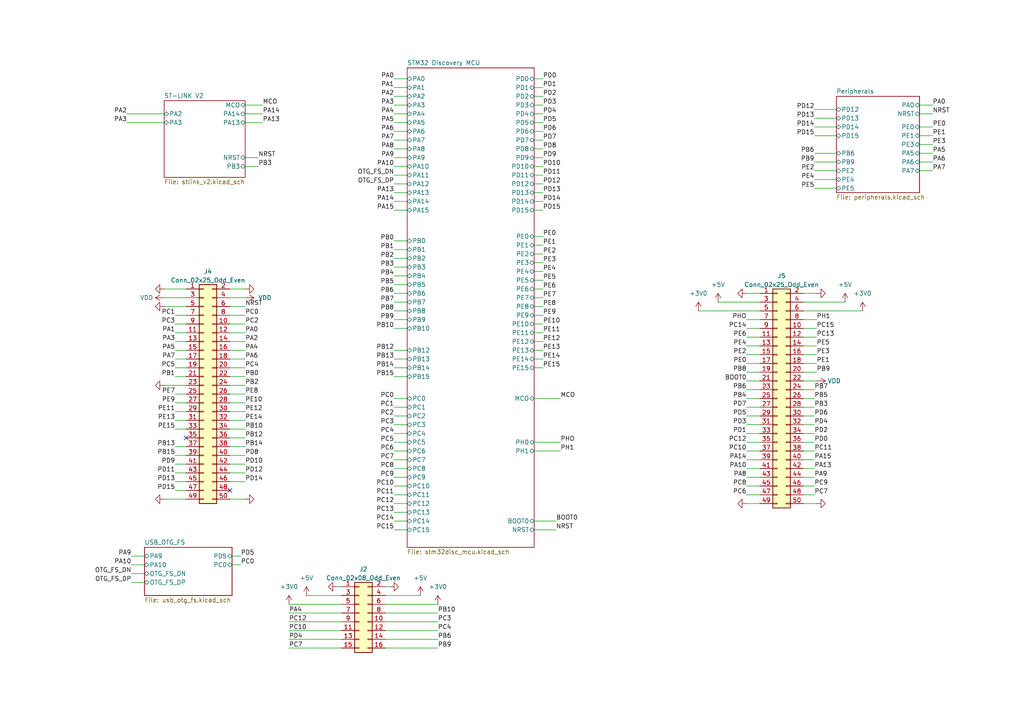
<source format=kicad_sch>
(kicad_sch (version 20230121) (generator eeschema)

  (uuid 0f3ba995-f1b7-470c-b123-d6a2a1fb4422)

  (paper "A4")

  (lib_symbols
    (symbol "Connector_Generic:Conn_02x08_Odd_Even" (pin_names (offset 1.016) hide) (in_bom yes) (on_board yes)
      (property "Reference" "J" (at 1.27 10.16 0)
        (effects (font (size 1.27 1.27)))
      )
      (property "Value" "Conn_02x08_Odd_Even" (at 1.27 -12.7 0)
        (effects (font (size 1.27 1.27)))
      )
      (property "Footprint" "" (at 0 0 0)
        (effects (font (size 1.27 1.27)) hide)
      )
      (property "Datasheet" "~" (at 0 0 0)
        (effects (font (size 1.27 1.27)) hide)
      )
      (property "ki_keywords" "connector" (at 0 0 0)
        (effects (font (size 1.27 1.27)) hide)
      )
      (property "ki_description" "Generic connector, double row, 02x08, odd/even pin numbering scheme (row 1 odd numbers, row 2 even numbers), script generated (kicad-library-utils/schlib/autogen/connector/)" (at 0 0 0)
        (effects (font (size 1.27 1.27)) hide)
      )
      (property "ki_fp_filters" "Connector*:*_2x??_*" (at 0 0 0)
        (effects (font (size 1.27 1.27)) hide)
      )
      (symbol "Conn_02x08_Odd_Even_1_1"
        (rectangle (start -1.27 -10.033) (end 0 -10.287)
          (stroke (width 0.1524) (type default))
          (fill (type none))
        )
        (rectangle (start -1.27 -7.493) (end 0 -7.747)
          (stroke (width 0.1524) (type default))
          (fill (type none))
        )
        (rectangle (start -1.27 -4.953) (end 0 -5.207)
          (stroke (width 0.1524) (type default))
          (fill (type none))
        )
        (rectangle (start -1.27 -2.413) (end 0 -2.667)
          (stroke (width 0.1524) (type default))
          (fill (type none))
        )
        (rectangle (start -1.27 0.127) (end 0 -0.127)
          (stroke (width 0.1524) (type default))
          (fill (type none))
        )
        (rectangle (start -1.27 2.667) (end 0 2.413)
          (stroke (width 0.1524) (type default))
          (fill (type none))
        )
        (rectangle (start -1.27 5.207) (end 0 4.953)
          (stroke (width 0.1524) (type default))
          (fill (type none))
        )
        (rectangle (start -1.27 7.747) (end 0 7.493)
          (stroke (width 0.1524) (type default))
          (fill (type none))
        )
        (rectangle (start -1.27 8.89) (end 3.81 -11.43)
          (stroke (width 0.254) (type default))
          (fill (type background))
        )
        (rectangle (start 3.81 -10.033) (end 2.54 -10.287)
          (stroke (width 0.1524) (type default))
          (fill (type none))
        )
        (rectangle (start 3.81 -7.493) (end 2.54 -7.747)
          (stroke (width 0.1524) (type default))
          (fill (type none))
        )
        (rectangle (start 3.81 -4.953) (end 2.54 -5.207)
          (stroke (width 0.1524) (type default))
          (fill (type none))
        )
        (rectangle (start 3.81 -2.413) (end 2.54 -2.667)
          (stroke (width 0.1524) (type default))
          (fill (type none))
        )
        (rectangle (start 3.81 0.127) (end 2.54 -0.127)
          (stroke (width 0.1524) (type default))
          (fill (type none))
        )
        (rectangle (start 3.81 2.667) (end 2.54 2.413)
          (stroke (width 0.1524) (type default))
          (fill (type none))
        )
        (rectangle (start 3.81 5.207) (end 2.54 4.953)
          (stroke (width 0.1524) (type default))
          (fill (type none))
        )
        (rectangle (start 3.81 7.747) (end 2.54 7.493)
          (stroke (width 0.1524) (type default))
          (fill (type none))
        )
        (pin passive line (at -5.08 7.62 0) (length 3.81)
          (name "Pin_1" (effects (font (size 1.27 1.27))))
          (number "1" (effects (font (size 1.27 1.27))))
        )
        (pin passive line (at 7.62 -2.54 180) (length 3.81)
          (name "Pin_10" (effects (font (size 1.27 1.27))))
          (number "10" (effects (font (size 1.27 1.27))))
        )
        (pin passive line (at -5.08 -5.08 0) (length 3.81)
          (name "Pin_11" (effects (font (size 1.27 1.27))))
          (number "11" (effects (font (size 1.27 1.27))))
        )
        (pin passive line (at 7.62 -5.08 180) (length 3.81)
          (name "Pin_12" (effects (font (size 1.27 1.27))))
          (number "12" (effects (font (size 1.27 1.27))))
        )
        (pin passive line (at -5.08 -7.62 0) (length 3.81)
          (name "Pin_13" (effects (font (size 1.27 1.27))))
          (number "13" (effects (font (size 1.27 1.27))))
        )
        (pin passive line (at 7.62 -7.62 180) (length 3.81)
          (name "Pin_14" (effects (font (size 1.27 1.27))))
          (number "14" (effects (font (size 1.27 1.27))))
        )
        (pin passive line (at -5.08 -10.16 0) (length 3.81)
          (name "Pin_15" (effects (font (size 1.27 1.27))))
          (number "15" (effects (font (size 1.27 1.27))))
        )
        (pin passive line (at 7.62 -10.16 180) (length 3.81)
          (name "Pin_16" (effects (font (size 1.27 1.27))))
          (number "16" (effects (font (size 1.27 1.27))))
        )
        (pin passive line (at 7.62 7.62 180) (length 3.81)
          (name "Pin_2" (effects (font (size 1.27 1.27))))
          (number "2" (effects (font (size 1.27 1.27))))
        )
        (pin passive line (at -5.08 5.08 0) (length 3.81)
          (name "Pin_3" (effects (font (size 1.27 1.27))))
          (number "3" (effects (font (size 1.27 1.27))))
        )
        (pin passive line (at 7.62 5.08 180) (length 3.81)
          (name "Pin_4" (effects (font (size 1.27 1.27))))
          (number "4" (effects (font (size 1.27 1.27))))
        )
        (pin passive line (at -5.08 2.54 0) (length 3.81)
          (name "Pin_5" (effects (font (size 1.27 1.27))))
          (number "5" (effects (font (size 1.27 1.27))))
        )
        (pin passive line (at 7.62 2.54 180) (length 3.81)
          (name "Pin_6" (effects (font (size 1.27 1.27))))
          (number "6" (effects (font (size 1.27 1.27))))
        )
        (pin passive line (at -5.08 0 0) (length 3.81)
          (name "Pin_7" (effects (font (size 1.27 1.27))))
          (number "7" (effects (font (size 1.27 1.27))))
        )
        (pin passive line (at 7.62 0 180) (length 3.81)
          (name "Pin_8" (effects (font (size 1.27 1.27))))
          (number "8" (effects (font (size 1.27 1.27))))
        )
        (pin passive line (at -5.08 -2.54 0) (length 3.81)
          (name "Pin_9" (effects (font (size 1.27 1.27))))
          (number "9" (effects (font (size 1.27 1.27))))
        )
      )
    )
    (symbol "Connector_Generic:Conn_02x25_Odd_Even" (pin_names (offset 1.016) hide) (in_bom yes) (on_board yes)
      (property "Reference" "J" (at 1.27 33.02 0)
        (effects (font (size 1.27 1.27)))
      )
      (property "Value" "Conn_02x25_Odd_Even" (at 1.27 -33.02 0)
        (effects (font (size 1.27 1.27)))
      )
      (property "Footprint" "" (at 0 0 0)
        (effects (font (size 1.27 1.27)) hide)
      )
      (property "Datasheet" "~" (at 0 0 0)
        (effects (font (size 1.27 1.27)) hide)
      )
      (property "ki_keywords" "connector" (at 0 0 0)
        (effects (font (size 1.27 1.27)) hide)
      )
      (property "ki_description" "Generic connector, double row, 02x25, odd/even pin numbering scheme (row 1 odd numbers, row 2 even numbers), script generated (kicad-library-utils/schlib/autogen/connector/)" (at 0 0 0)
        (effects (font (size 1.27 1.27)) hide)
      )
      (property "ki_fp_filters" "Connector*:*_2x??_*" (at 0 0 0)
        (effects (font (size 1.27 1.27)) hide)
      )
      (symbol "Conn_02x25_Odd_Even_1_1"
        (rectangle (start -1.27 -30.353) (end 0 -30.607)
          (stroke (width 0.1524) (type default))
          (fill (type none))
        )
        (rectangle (start -1.27 -27.813) (end 0 -28.067)
          (stroke (width 0.1524) (type default))
          (fill (type none))
        )
        (rectangle (start -1.27 -25.273) (end 0 -25.527)
          (stroke (width 0.1524) (type default))
          (fill (type none))
        )
        (rectangle (start -1.27 -22.733) (end 0 -22.987)
          (stroke (width 0.1524) (type default))
          (fill (type none))
        )
        (rectangle (start -1.27 -20.193) (end 0 -20.447)
          (stroke (width 0.1524) (type default))
          (fill (type none))
        )
        (rectangle (start -1.27 -17.653) (end 0 -17.907)
          (stroke (width 0.1524) (type default))
          (fill (type none))
        )
        (rectangle (start -1.27 -15.113) (end 0 -15.367)
          (stroke (width 0.1524) (type default))
          (fill (type none))
        )
        (rectangle (start -1.27 -12.573) (end 0 -12.827)
          (stroke (width 0.1524) (type default))
          (fill (type none))
        )
        (rectangle (start -1.27 -10.033) (end 0 -10.287)
          (stroke (width 0.1524) (type default))
          (fill (type none))
        )
        (rectangle (start -1.27 -7.493) (end 0 -7.747)
          (stroke (width 0.1524) (type default))
          (fill (type none))
        )
        (rectangle (start -1.27 -4.953) (end 0 -5.207)
          (stroke (width 0.1524) (type default))
          (fill (type none))
        )
        (rectangle (start -1.27 -2.413) (end 0 -2.667)
          (stroke (width 0.1524) (type default))
          (fill (type none))
        )
        (rectangle (start -1.27 0.127) (end 0 -0.127)
          (stroke (width 0.1524) (type default))
          (fill (type none))
        )
        (rectangle (start -1.27 2.667) (end 0 2.413)
          (stroke (width 0.1524) (type default))
          (fill (type none))
        )
        (rectangle (start -1.27 5.207) (end 0 4.953)
          (stroke (width 0.1524) (type default))
          (fill (type none))
        )
        (rectangle (start -1.27 7.747) (end 0 7.493)
          (stroke (width 0.1524) (type default))
          (fill (type none))
        )
        (rectangle (start -1.27 10.287) (end 0 10.033)
          (stroke (width 0.1524) (type default))
          (fill (type none))
        )
        (rectangle (start -1.27 12.827) (end 0 12.573)
          (stroke (width 0.1524) (type default))
          (fill (type none))
        )
        (rectangle (start -1.27 15.367) (end 0 15.113)
          (stroke (width 0.1524) (type default))
          (fill (type none))
        )
        (rectangle (start -1.27 17.907) (end 0 17.653)
          (stroke (width 0.1524) (type default))
          (fill (type none))
        )
        (rectangle (start -1.27 20.447) (end 0 20.193)
          (stroke (width 0.1524) (type default))
          (fill (type none))
        )
        (rectangle (start -1.27 22.987) (end 0 22.733)
          (stroke (width 0.1524) (type default))
          (fill (type none))
        )
        (rectangle (start -1.27 25.527) (end 0 25.273)
          (stroke (width 0.1524) (type default))
          (fill (type none))
        )
        (rectangle (start -1.27 28.067) (end 0 27.813)
          (stroke (width 0.1524) (type default))
          (fill (type none))
        )
        (rectangle (start -1.27 30.607) (end 0 30.353)
          (stroke (width 0.1524) (type default))
          (fill (type none))
        )
        (rectangle (start -1.27 31.75) (end 3.81 -31.75)
          (stroke (width 0.254) (type default))
          (fill (type background))
        )
        (rectangle (start 3.81 -30.353) (end 2.54 -30.607)
          (stroke (width 0.1524) (type default))
          (fill (type none))
        )
        (rectangle (start 3.81 -27.813) (end 2.54 -28.067)
          (stroke (width 0.1524) (type default))
          (fill (type none))
        )
        (rectangle (start 3.81 -25.273) (end 2.54 -25.527)
          (stroke (width 0.1524) (type default))
          (fill (type none))
        )
        (rectangle (start 3.81 -22.733) (end 2.54 -22.987)
          (stroke (width 0.1524) (type default))
          (fill (type none))
        )
        (rectangle (start 3.81 -20.193) (end 2.54 -20.447)
          (stroke (width 0.1524) (type default))
          (fill (type none))
        )
        (rectangle (start 3.81 -17.653) (end 2.54 -17.907)
          (stroke (width 0.1524) (type default))
          (fill (type none))
        )
        (rectangle (start 3.81 -15.113) (end 2.54 -15.367)
          (stroke (width 0.1524) (type default))
          (fill (type none))
        )
        (rectangle (start 3.81 -12.573) (end 2.54 -12.827)
          (stroke (width 0.1524) (type default))
          (fill (type none))
        )
        (rectangle (start 3.81 -10.033) (end 2.54 -10.287)
          (stroke (width 0.1524) (type default))
          (fill (type none))
        )
        (rectangle (start 3.81 -7.493) (end 2.54 -7.747)
          (stroke (width 0.1524) (type default))
          (fill (type none))
        )
        (rectangle (start 3.81 -4.953) (end 2.54 -5.207)
          (stroke (width 0.1524) (type default))
          (fill (type none))
        )
        (rectangle (start 3.81 -2.413) (end 2.54 -2.667)
          (stroke (width 0.1524) (type default))
          (fill (type none))
        )
        (rectangle (start 3.81 0.127) (end 2.54 -0.127)
          (stroke (width 0.1524) (type default))
          (fill (type none))
        )
        (rectangle (start 3.81 2.667) (end 2.54 2.413)
          (stroke (width 0.1524) (type default))
          (fill (type none))
        )
        (rectangle (start 3.81 5.207) (end 2.54 4.953)
          (stroke (width 0.1524) (type default))
          (fill (type none))
        )
        (rectangle (start 3.81 7.747) (end 2.54 7.493)
          (stroke (width 0.1524) (type default))
          (fill (type none))
        )
        (rectangle (start 3.81 10.287) (end 2.54 10.033)
          (stroke (width 0.1524) (type default))
          (fill (type none))
        )
        (rectangle (start 3.81 12.827) (end 2.54 12.573)
          (stroke (width 0.1524) (type default))
          (fill (type none))
        )
        (rectangle (start 3.81 15.367) (end 2.54 15.113)
          (stroke (width 0.1524) (type default))
          (fill (type none))
        )
        (rectangle (start 3.81 17.907) (end 2.54 17.653)
          (stroke (width 0.1524) (type default))
          (fill (type none))
        )
        (rectangle (start 3.81 20.447) (end 2.54 20.193)
          (stroke (width 0.1524) (type default))
          (fill (type none))
        )
        (rectangle (start 3.81 22.987) (end 2.54 22.733)
          (stroke (width 0.1524) (type default))
          (fill (type none))
        )
        (rectangle (start 3.81 25.527) (end 2.54 25.273)
          (stroke (width 0.1524) (type default))
          (fill (type none))
        )
        (rectangle (start 3.81 28.067) (end 2.54 27.813)
          (stroke (width 0.1524) (type default))
          (fill (type none))
        )
        (rectangle (start 3.81 30.607) (end 2.54 30.353)
          (stroke (width 0.1524) (type default))
          (fill (type none))
        )
        (pin passive line (at -5.08 30.48 0) (length 3.81)
          (name "Pin_1" (effects (font (size 1.27 1.27))))
          (number "1" (effects (font (size 1.27 1.27))))
        )
        (pin passive line (at 7.62 20.32 180) (length 3.81)
          (name "Pin_10" (effects (font (size 1.27 1.27))))
          (number "10" (effects (font (size 1.27 1.27))))
        )
        (pin passive line (at -5.08 17.78 0) (length 3.81)
          (name "Pin_11" (effects (font (size 1.27 1.27))))
          (number "11" (effects (font (size 1.27 1.27))))
        )
        (pin passive line (at 7.62 17.78 180) (length 3.81)
          (name "Pin_12" (effects (font (size 1.27 1.27))))
          (number "12" (effects (font (size 1.27 1.27))))
        )
        (pin passive line (at -5.08 15.24 0) (length 3.81)
          (name "Pin_13" (effects (font (size 1.27 1.27))))
          (number "13" (effects (font (size 1.27 1.27))))
        )
        (pin passive line (at 7.62 15.24 180) (length 3.81)
          (name "Pin_14" (effects (font (size 1.27 1.27))))
          (number "14" (effects (font (size 1.27 1.27))))
        )
        (pin passive line (at -5.08 12.7 0) (length 3.81)
          (name "Pin_15" (effects (font (size 1.27 1.27))))
          (number "15" (effects (font (size 1.27 1.27))))
        )
        (pin passive line (at 7.62 12.7 180) (length 3.81)
          (name "Pin_16" (effects (font (size 1.27 1.27))))
          (number "16" (effects (font (size 1.27 1.27))))
        )
        (pin passive line (at -5.08 10.16 0) (length 3.81)
          (name "Pin_17" (effects (font (size 1.27 1.27))))
          (number "17" (effects (font (size 1.27 1.27))))
        )
        (pin passive line (at 7.62 10.16 180) (length 3.81)
          (name "Pin_18" (effects (font (size 1.27 1.27))))
          (number "18" (effects (font (size 1.27 1.27))))
        )
        (pin passive line (at -5.08 7.62 0) (length 3.81)
          (name "Pin_19" (effects (font (size 1.27 1.27))))
          (number "19" (effects (font (size 1.27 1.27))))
        )
        (pin passive line (at 7.62 30.48 180) (length 3.81)
          (name "Pin_2" (effects (font (size 1.27 1.27))))
          (number "2" (effects (font (size 1.27 1.27))))
        )
        (pin passive line (at 7.62 7.62 180) (length 3.81)
          (name "Pin_20" (effects (font (size 1.27 1.27))))
          (number "20" (effects (font (size 1.27 1.27))))
        )
        (pin passive line (at -5.08 5.08 0) (length 3.81)
          (name "Pin_21" (effects (font (size 1.27 1.27))))
          (number "21" (effects (font (size 1.27 1.27))))
        )
        (pin passive line (at 7.62 5.08 180) (length 3.81)
          (name "Pin_22" (effects (font (size 1.27 1.27))))
          (number "22" (effects (font (size 1.27 1.27))))
        )
        (pin passive line (at -5.08 2.54 0) (length 3.81)
          (name "Pin_23" (effects (font (size 1.27 1.27))))
          (number "23" (effects (font (size 1.27 1.27))))
        )
        (pin passive line (at 7.62 2.54 180) (length 3.81)
          (name "Pin_24" (effects (font (size 1.27 1.27))))
          (number "24" (effects (font (size 1.27 1.27))))
        )
        (pin passive line (at -5.08 0 0) (length 3.81)
          (name "Pin_25" (effects (font (size 1.27 1.27))))
          (number "25" (effects (font (size 1.27 1.27))))
        )
        (pin passive line (at 7.62 0 180) (length 3.81)
          (name "Pin_26" (effects (font (size 1.27 1.27))))
          (number "26" (effects (font (size 1.27 1.27))))
        )
        (pin passive line (at -5.08 -2.54 0) (length 3.81)
          (name "Pin_27" (effects (font (size 1.27 1.27))))
          (number "27" (effects (font (size 1.27 1.27))))
        )
        (pin passive line (at 7.62 -2.54 180) (length 3.81)
          (name "Pin_28" (effects (font (size 1.27 1.27))))
          (number "28" (effects (font (size 1.27 1.27))))
        )
        (pin passive line (at -5.08 -5.08 0) (length 3.81)
          (name "Pin_29" (effects (font (size 1.27 1.27))))
          (number "29" (effects (font (size 1.27 1.27))))
        )
        (pin passive line (at -5.08 27.94 0) (length 3.81)
          (name "Pin_3" (effects (font (size 1.27 1.27))))
          (number "3" (effects (font (size 1.27 1.27))))
        )
        (pin passive line (at 7.62 -5.08 180) (length 3.81)
          (name "Pin_30" (effects (font (size 1.27 1.27))))
          (number "30" (effects (font (size 1.27 1.27))))
        )
        (pin passive line (at -5.08 -7.62 0) (length 3.81)
          (name "Pin_31" (effects (font (size 1.27 1.27))))
          (number "31" (effects (font (size 1.27 1.27))))
        )
        (pin passive line (at 7.62 -7.62 180) (length 3.81)
          (name "Pin_32" (effects (font (size 1.27 1.27))))
          (number "32" (effects (font (size 1.27 1.27))))
        )
        (pin passive line (at -5.08 -10.16 0) (length 3.81)
          (name "Pin_33" (effects (font (size 1.27 1.27))))
          (number "33" (effects (font (size 1.27 1.27))))
        )
        (pin passive line (at 7.62 -10.16 180) (length 3.81)
          (name "Pin_34" (effects (font (size 1.27 1.27))))
          (number "34" (effects (font (size 1.27 1.27))))
        )
        (pin passive line (at -5.08 -12.7 0) (length 3.81)
          (name "Pin_35" (effects (font (size 1.27 1.27))))
          (number "35" (effects (font (size 1.27 1.27))))
        )
        (pin passive line (at 7.62 -12.7 180) (length 3.81)
          (name "Pin_36" (effects (font (size 1.27 1.27))))
          (number "36" (effects (font (size 1.27 1.27))))
        )
        (pin passive line (at -5.08 -15.24 0) (length 3.81)
          (name "Pin_37" (effects (font (size 1.27 1.27))))
          (number "37" (effects (font (size 1.27 1.27))))
        )
        (pin passive line (at 7.62 -15.24 180) (length 3.81)
          (name "Pin_38" (effects (font (size 1.27 1.27))))
          (number "38" (effects (font (size 1.27 1.27))))
        )
        (pin passive line (at -5.08 -17.78 0) (length 3.81)
          (name "Pin_39" (effects (font (size 1.27 1.27))))
          (number "39" (effects (font (size 1.27 1.27))))
        )
        (pin passive line (at 7.62 27.94 180) (length 3.81)
          (name "Pin_4" (effects (font (size 1.27 1.27))))
          (number "4" (effects (font (size 1.27 1.27))))
        )
        (pin passive line (at 7.62 -17.78 180) (length 3.81)
          (name "Pin_40" (effects (font (size 1.27 1.27))))
          (number "40" (effects (font (size 1.27 1.27))))
        )
        (pin passive line (at -5.08 -20.32 0) (length 3.81)
          (name "Pin_41" (effects (font (size 1.27 1.27))))
          (number "41" (effects (font (size 1.27 1.27))))
        )
        (pin passive line (at 7.62 -20.32 180) (length 3.81)
          (name "Pin_42" (effects (font (size 1.27 1.27))))
          (number "42" (effects (font (size 1.27 1.27))))
        )
        (pin passive line (at -5.08 -22.86 0) (length 3.81)
          (name "Pin_43" (effects (font (size 1.27 1.27))))
          (number "43" (effects (font (size 1.27 1.27))))
        )
        (pin passive line (at 7.62 -22.86 180) (length 3.81)
          (name "Pin_44" (effects (font (size 1.27 1.27))))
          (number "44" (effects (font (size 1.27 1.27))))
        )
        (pin passive line (at -5.08 -25.4 0) (length 3.81)
          (name "Pin_45" (effects (font (size 1.27 1.27))))
          (number "45" (effects (font (size 1.27 1.27))))
        )
        (pin passive line (at 7.62 -25.4 180) (length 3.81)
          (name "Pin_46" (effects (font (size 1.27 1.27))))
          (number "46" (effects (font (size 1.27 1.27))))
        )
        (pin passive line (at -5.08 -27.94 0) (length 3.81)
          (name "Pin_47" (effects (font (size 1.27 1.27))))
          (number "47" (effects (font (size 1.27 1.27))))
        )
        (pin passive line (at 7.62 -27.94 180) (length 3.81)
          (name "Pin_48" (effects (font (size 1.27 1.27))))
          (number "48" (effects (font (size 1.27 1.27))))
        )
        (pin passive line (at -5.08 -30.48 0) (length 3.81)
          (name "Pin_49" (effects (font (size 1.27 1.27))))
          (number "49" (effects (font (size 1.27 1.27))))
        )
        (pin passive line (at -5.08 25.4 0) (length 3.81)
          (name "Pin_5" (effects (font (size 1.27 1.27))))
          (number "5" (effects (font (size 1.27 1.27))))
        )
        (pin passive line (at 7.62 -30.48 180) (length 3.81)
          (name "Pin_50" (effects (font (size 1.27 1.27))))
          (number "50" (effects (font (size 1.27 1.27))))
        )
        (pin passive line (at 7.62 25.4 180) (length 3.81)
          (name "Pin_6" (effects (font (size 1.27 1.27))))
          (number "6" (effects (font (size 1.27 1.27))))
        )
        (pin passive line (at -5.08 22.86 0) (length 3.81)
          (name "Pin_7" (effects (font (size 1.27 1.27))))
          (number "7" (effects (font (size 1.27 1.27))))
        )
        (pin passive line (at 7.62 22.86 180) (length 3.81)
          (name "Pin_8" (effects (font (size 1.27 1.27))))
          (number "8" (effects (font (size 1.27 1.27))))
        )
        (pin passive line (at -5.08 20.32 0) (length 3.81)
          (name "Pin_9" (effects (font (size 1.27 1.27))))
          (number "9" (effects (font (size 1.27 1.27))))
        )
      )
    )
    (symbol "power:+3V0" (power) (pin_names (offset 0)) (in_bom yes) (on_board yes)
      (property "Reference" "#PWR" (at 0 -3.81 0)
        (effects (font (size 1.27 1.27)) hide)
      )
      (property "Value" "+3V0" (at 0 3.556 0)
        (effects (font (size 1.27 1.27)))
      )
      (property "Footprint" "" (at 0 0 0)
        (effects (font (size 1.27 1.27)) hide)
      )
      (property "Datasheet" "" (at 0 0 0)
        (effects (font (size 1.27 1.27)) hide)
      )
      (property "ki_keywords" "power-flag" (at 0 0 0)
        (effects (font (size 1.27 1.27)) hide)
      )
      (property "ki_description" "Power symbol creates a global label with name \"+3V0\"" (at 0 0 0)
        (effects (font (size 1.27 1.27)) hide)
      )
      (symbol "+3V0_0_1"
        (polyline
          (pts
            (xy -0.762 1.27)
            (xy 0 2.54)
          )
          (stroke (width 0) (type default))
          (fill (type none))
        )
        (polyline
          (pts
            (xy 0 0)
            (xy 0 2.54)
          )
          (stroke (width 0) (type default))
          (fill (type none))
        )
        (polyline
          (pts
            (xy 0 2.54)
            (xy 0.762 1.27)
          )
          (stroke (width 0) (type default))
          (fill (type none))
        )
      )
      (symbol "+3V0_1_1"
        (pin power_in line (at 0 0 90) (length 0) hide
          (name "+3V0" (effects (font (size 1.27 1.27))))
          (number "1" (effects (font (size 1.27 1.27))))
        )
      )
    )
    (symbol "power:+5V" (power) (pin_names (offset 0)) (in_bom yes) (on_board yes)
      (property "Reference" "#PWR" (at 0 -3.81 0)
        (effects (font (size 1.27 1.27)) hide)
      )
      (property "Value" "+5V" (at 0 3.556 0)
        (effects (font (size 1.27 1.27)))
      )
      (property "Footprint" "" (at 0 0 0)
        (effects (font (size 1.27 1.27)) hide)
      )
      (property "Datasheet" "" (at 0 0 0)
        (effects (font (size 1.27 1.27)) hide)
      )
      (property "ki_keywords" "power-flag" (at 0 0 0)
        (effects (font (size 1.27 1.27)) hide)
      )
      (property "ki_description" "Power symbol creates a global label with name \"+5V\"" (at 0 0 0)
        (effects (font (size 1.27 1.27)) hide)
      )
      (symbol "+5V_0_1"
        (polyline
          (pts
            (xy -0.762 1.27)
            (xy 0 2.54)
          )
          (stroke (width 0) (type default))
          (fill (type none))
        )
        (polyline
          (pts
            (xy 0 0)
            (xy 0 2.54)
          )
          (stroke (width 0) (type default))
          (fill (type none))
        )
        (polyline
          (pts
            (xy 0 2.54)
            (xy 0.762 1.27)
          )
          (stroke (width 0) (type default))
          (fill (type none))
        )
      )
      (symbol "+5V_1_1"
        (pin power_in line (at 0 0 90) (length 0) hide
          (name "+5V" (effects (font (size 1.27 1.27))))
          (number "1" (effects (font (size 1.27 1.27))))
        )
      )
    )
    (symbol "power:GND" (power) (pin_names (offset 0)) (in_bom yes) (on_board yes)
      (property "Reference" "#PWR" (at 0 -6.35 0)
        (effects (font (size 1.27 1.27)) hide)
      )
      (property "Value" "GND" (at 0 -3.81 0)
        (effects (font (size 1.27 1.27)))
      )
      (property "Footprint" "" (at 0 0 0)
        (effects (font (size 1.27 1.27)) hide)
      )
      (property "Datasheet" "" (at 0 0 0)
        (effects (font (size 1.27 1.27)) hide)
      )
      (property "ki_keywords" "power-flag" (at 0 0 0)
        (effects (font (size 1.27 1.27)) hide)
      )
      (property "ki_description" "Power symbol creates a global label with name \"GND\" , ground" (at 0 0 0)
        (effects (font (size 1.27 1.27)) hide)
      )
      (symbol "GND_0_1"
        (polyline
          (pts
            (xy 0 0)
            (xy 0 -1.27)
            (xy 1.27 -1.27)
            (xy 0 -2.54)
            (xy -1.27 -1.27)
            (xy 0 -1.27)
          )
          (stroke (width 0) (type default))
          (fill (type none))
        )
      )
      (symbol "GND_1_1"
        (pin power_in line (at 0 0 270) (length 0) hide
          (name "GND" (effects (font (size 1.27 1.27))))
          (number "1" (effects (font (size 1.27 1.27))))
        )
      )
    )
    (symbol "power:VDD" (power) (pin_names (offset 0)) (in_bom yes) (on_board yes)
      (property "Reference" "#PWR" (at 0 -3.81 0)
        (effects (font (size 1.27 1.27)) hide)
      )
      (property "Value" "VDD" (at 0 3.81 0)
        (effects (font (size 1.27 1.27)))
      )
      (property "Footprint" "" (at 0 0 0)
        (effects (font (size 1.27 1.27)) hide)
      )
      (property "Datasheet" "" (at 0 0 0)
        (effects (font (size 1.27 1.27)) hide)
      )
      (property "ki_keywords" "power-flag" (at 0 0 0)
        (effects (font (size 1.27 1.27)) hide)
      )
      (property "ki_description" "Power symbol creates a global label with name \"VDD\"" (at 0 0 0)
        (effects (font (size 1.27 1.27)) hide)
      )
      (symbol "VDD_0_1"
        (polyline
          (pts
            (xy -0.762 1.27)
            (xy 0 2.54)
          )
          (stroke (width 0) (type default))
          (fill (type none))
        )
        (polyline
          (pts
            (xy 0 0)
            (xy 0 2.54)
          )
          (stroke (width 0) (type default))
          (fill (type none))
        )
        (polyline
          (pts
            (xy 0 2.54)
            (xy 0.762 1.27)
          )
          (stroke (width 0) (type default))
          (fill (type none))
        )
      )
      (symbol "VDD_1_1"
        (pin power_in line (at 0 0 90) (length 0) hide
          (name "VDD" (effects (font (size 1.27 1.27))))
          (number "1" (effects (font (size 1.27 1.27))))
        )
      )
    )
  )


  (no_connect (at 66.675 142.24) (uuid 645e8e41-7e94-4bdf-bfad-ae02a4e866be))
  (no_connect (at 53.975 127) (uuid 956c04a6-02bb-4eaf-94fd-cb5f9c31cef3))

  (wire (pts (xy 233.045 118.11) (xy 236.22 118.11))
    (stroke (width 0) (type default))
    (uuid 038b1c2e-7a6a-414b-bf02-6165d7a466b8)
  )
  (wire (pts (xy 47.625 86.36) (xy 53.975 86.36))
    (stroke (width 0) (type default))
    (uuid 0391d724-cd4a-4641-af7a-04df27d50b2d)
  )
  (wire (pts (xy 114.3 92.71) (xy 118.11 92.71))
    (stroke (width 0) (type default))
    (uuid 06d44fb9-b405-4c11-a0d0-e7cc00659799)
  )
  (wire (pts (xy 216.535 105.41) (xy 220.345 105.41))
    (stroke (width 0) (type default))
    (uuid 0729f55e-8b63-45d8-8707-8317dec460b8)
  )
  (wire (pts (xy 216.535 120.65) (xy 220.345 120.65))
    (stroke (width 0) (type default))
    (uuid 07d1ee54-c85f-4d2c-862b-dbb2cb22cdd4)
  )
  (wire (pts (xy 114.3 38.1) (xy 118.11 38.1))
    (stroke (width 0) (type default))
    (uuid 0ba8d1a7-1ea0-4e98-bb3d-088105e48d64)
  )
  (wire (pts (xy 216.535 97.79) (xy 220.345 97.79))
    (stroke (width 0) (type default))
    (uuid 0c40c8f3-524a-4cc9-a299-f939cc794251)
  )
  (wire (pts (xy 114.3 120.65) (xy 118.11 120.65))
    (stroke (width 0) (type default))
    (uuid 0cb1c129-4ae6-428d-b4a6-6bc3ea413a35)
  )
  (wire (pts (xy 50.8 134.62) (xy 53.975 134.62))
    (stroke (width 0) (type default))
    (uuid 0ce7b775-e7f0-4f02-86a1-692f538af450)
  )
  (wire (pts (xy 66.675 121.92) (xy 71.12 121.92))
    (stroke (width 0) (type default))
    (uuid 0e2ddf76-6eb6-46af-aded-36384549e2f6)
  )
  (wire (pts (xy 236.22 39.37) (xy 242.57 39.37))
    (stroke (width 0) (type default))
    (uuid 0e7fb0b3-c63f-451f-bb07-3717efcb8544)
  )
  (wire (pts (xy 154.94 115.57) (xy 162.56 115.57))
    (stroke (width 0) (type default))
    (uuid 0ebf24b5-72a0-4da4-aa54-33fdf9d28155)
  )
  (wire (pts (xy 154.94 96.52) (xy 157.48 96.52))
    (stroke (width 0) (type default))
    (uuid 100340ea-4bb5-4f0b-bf55-223c3c39eb20)
  )
  (wire (pts (xy 233.045 87.63) (xy 245.11 87.63))
    (stroke (width 0) (type default))
    (uuid 11544df3-d7fa-4b10-ab49-7201ea0d9c50)
  )
  (wire (pts (xy 114.3 45.72) (xy 118.11 45.72))
    (stroke (width 0) (type default))
    (uuid 12290e38-40f6-4315-ba2e-f693eadb9b5a)
  )
  (wire (pts (xy 114.3 123.19) (xy 118.11 123.19))
    (stroke (width 0) (type default))
    (uuid 122aceeb-bb0a-4acf-a66d-a509913e0aa7)
  )
  (wire (pts (xy 47.625 83.82) (xy 53.975 83.82))
    (stroke (width 0) (type default))
    (uuid 1253e124-b737-4d14-b6d1-e27907e97058)
  )
  (wire (pts (xy 50.8 99.06) (xy 53.975 99.06))
    (stroke (width 0) (type default))
    (uuid 12e1ce47-6d67-41c1-a112-5faec551216f)
  )
  (wire (pts (xy 83.82 182.88) (xy 99.06 182.88))
    (stroke (width 0) (type default))
    (uuid 136fa89b-c28e-465e-8951-f87e9f9b7eb4)
  )
  (wire (pts (xy 47.625 111.76) (xy 53.975 111.76))
    (stroke (width 0) (type default))
    (uuid 1481e319-b282-4f44-b733-64010a77ceb0)
  )
  (wire (pts (xy 266.7 36.83) (xy 270.51 36.83))
    (stroke (width 0) (type default))
    (uuid 153adf68-5cb3-4f0c-a0f7-568b22c2486d)
  )
  (wire (pts (xy 266.7 49.53) (xy 270.51 49.53))
    (stroke (width 0) (type default))
    (uuid 15b6f587-c77d-4d09-814d-3e639c581a21)
  )
  (wire (pts (xy 216.535 146.05) (xy 220.345 146.05))
    (stroke (width 0) (type default))
    (uuid 15dcf9ac-cc7c-4415-a6cf-589992414322)
  )
  (wire (pts (xy 114.3 101.6) (xy 118.11 101.6))
    (stroke (width 0) (type default))
    (uuid 17360d55-c734-4dd9-afd5-dcbbec3ca5df)
  )
  (wire (pts (xy 66.675 137.16) (xy 71.12 137.16))
    (stroke (width 0) (type default))
    (uuid 182d992c-dc1f-4c20-806c-3cfc8dbb9b54)
  )
  (wire (pts (xy 233.045 90.17) (xy 250.19 90.17))
    (stroke (width 0) (type default))
    (uuid 195ea51e-ecc4-4cde-9892-eedfda5eab3f)
  )
  (wire (pts (xy 66.675 116.84) (xy 71.12 116.84))
    (stroke (width 0) (type default))
    (uuid 1ccf35ed-9d53-47fb-8624-54ccea48473d)
  )
  (wire (pts (xy 114.3 53.34) (xy 118.11 53.34))
    (stroke (width 0) (type default))
    (uuid 1f7e0bc7-c38d-493e-96df-b81a3527bc0f)
  )
  (wire (pts (xy 154.94 53.34) (xy 157.48 53.34))
    (stroke (width 0) (type default))
    (uuid 20a4547d-9218-4c78-a46c-84357d83b3f1)
  )
  (wire (pts (xy 233.045 97.79) (xy 236.855 97.79))
    (stroke (width 0) (type default))
    (uuid 20c5d473-027d-472b-af7e-53fc8c8e5083)
  )
  (wire (pts (xy 66.675 132.08) (xy 71.12 132.08))
    (stroke (width 0) (type default))
    (uuid 210007db-835d-4869-aef0-080fd0bc0325)
  )
  (wire (pts (xy 236.22 34.29) (xy 242.57 34.29))
    (stroke (width 0) (type default))
    (uuid 210cb787-c65e-449f-aa82-6ee892c77be9)
  )
  (wire (pts (xy 38.1 163.83) (xy 41.91 163.83))
    (stroke (width 0) (type default))
    (uuid 21b0c719-00a8-4c0e-abfe-8c0638b0e954)
  )
  (wire (pts (xy 50.8 132.08) (xy 53.975 132.08))
    (stroke (width 0) (type default))
    (uuid 22cc04a5-d1fa-4aac-b377-06d7793da3f2)
  )
  (wire (pts (xy 233.045 105.41) (xy 236.855 105.41))
    (stroke (width 0) (type default))
    (uuid 22d2da66-dd50-4a47-a24a-2cf377c65dab)
  )
  (wire (pts (xy 67.31 163.83) (xy 69.85 163.83))
    (stroke (width 0) (type default))
    (uuid 2544d6d1-a41c-4c30-a70e-287206904687)
  )
  (wire (pts (xy 114.3 35.56) (xy 118.11 35.56))
    (stroke (width 0) (type default))
    (uuid 25f77e68-87a6-4648-8d9b-8da6909a1bc8)
  )
  (wire (pts (xy 216.535 133.35) (xy 220.345 133.35))
    (stroke (width 0) (type default))
    (uuid 26d5610d-6d16-4a85-963b-36d0f5839d2f)
  )
  (wire (pts (xy 154.94 22.86) (xy 157.48 22.86))
    (stroke (width 0) (type default))
    (uuid 276ec515-dc9d-4857-995c-7818a453d7ad)
  )
  (wire (pts (xy 50.8 129.54) (xy 53.975 129.54))
    (stroke (width 0) (type default))
    (uuid 27b90793-7159-47fa-beac-7cd161cef902)
  )
  (wire (pts (xy 154.94 45.72) (xy 157.48 45.72))
    (stroke (width 0) (type default))
    (uuid 27cdedbf-3d72-433d-a927-1a44bcd3f4f9)
  )
  (wire (pts (xy 114.3 74.93) (xy 118.11 74.93))
    (stroke (width 0) (type default))
    (uuid 297b67b9-1910-4344-aa1c-e3fbf129fcaa)
  )
  (wire (pts (xy 233.045 102.87) (xy 236.855 102.87))
    (stroke (width 0) (type default))
    (uuid 2a32cd7f-2196-4fc0-8191-8e3eac25ec1b)
  )
  (wire (pts (xy 154.94 153.67) (xy 161.29 153.67))
    (stroke (width 0) (type default))
    (uuid 2adb8f14-a572-4113-bbb5-176a9cb6ff9b)
  )
  (wire (pts (xy 47.625 88.9) (xy 53.975 88.9))
    (stroke (width 0) (type default))
    (uuid 2afd6ba3-c89c-4e97-9756-b7c4dd42d8ca)
  )
  (wire (pts (xy 154.94 50.8) (xy 157.48 50.8))
    (stroke (width 0) (type default))
    (uuid 2c5b44fe-c0ba-4b02-a3af-33608565e118)
  )
  (wire (pts (xy 266.7 41.91) (xy 270.51 41.91))
    (stroke (width 0) (type default))
    (uuid 2c61c603-db58-4cd0-b70a-3b1fb748de0d)
  )
  (wire (pts (xy 266.7 46.99) (xy 270.51 46.99))
    (stroke (width 0) (type default))
    (uuid 300b6ce0-3219-4184-a4df-28aada604c47)
  )
  (wire (pts (xy 114.3 153.67) (xy 118.11 153.67))
    (stroke (width 0) (type default))
    (uuid 30a08a66-9740-404c-baf9-5d2a0c510507)
  )
  (wire (pts (xy 71.12 45.72) (xy 74.93 45.72))
    (stroke (width 0) (type default))
    (uuid 3198a94c-581c-45a5-b171-436863a38004)
  )
  (wire (pts (xy 50.8 91.44) (xy 53.975 91.44))
    (stroke (width 0) (type default))
    (uuid 329c9d1b-feec-4c0b-a817-1d9cb6356ab5)
  )
  (wire (pts (xy 50.8 124.46) (xy 53.975 124.46))
    (stroke (width 0) (type default))
    (uuid 33c029ab-9ecc-44e7-a5d8-2e56c802a78e)
  )
  (wire (pts (xy 154.94 130.81) (xy 162.56 130.81))
    (stroke (width 0) (type default))
    (uuid 3528d9a1-d6fe-43f7-87d0-0b5836a3a987)
  )
  (wire (pts (xy 50.8 119.38) (xy 53.975 119.38))
    (stroke (width 0) (type default))
    (uuid 3974ede7-550b-4732-aace-dbee020c7ace)
  )
  (wire (pts (xy 66.675 144.78) (xy 71.12 144.78))
    (stroke (width 0) (type default))
    (uuid 3bd5fccc-8375-4248-b426-8ddac01e35fd)
  )
  (wire (pts (xy 66.675 99.06) (xy 71.12 99.06))
    (stroke (width 0) (type default))
    (uuid 3c20bd7d-4b0c-4be6-a8fb-a4a911f8a889)
  )
  (wire (pts (xy 154.94 128.27) (xy 162.56 128.27))
    (stroke (width 0) (type default))
    (uuid 3ca87072-7936-410e-8111-418e791d5ba9)
  )
  (wire (pts (xy 114.3 133.35) (xy 118.11 133.35))
    (stroke (width 0) (type default))
    (uuid 3d7b7177-e2d0-4fd8-9fc0-22f6700502f3)
  )
  (wire (pts (xy 154.94 30.48) (xy 157.48 30.48))
    (stroke (width 0) (type default))
    (uuid 3e3cd653-7b1d-48a9-ab8d-229aa0a5dfa5)
  )
  (wire (pts (xy 236.22 54.61) (xy 242.57 54.61))
    (stroke (width 0) (type default))
    (uuid 3f3be947-46e8-47ca-9aac-3abc9845974f)
  )
  (wire (pts (xy 233.045 133.35) (xy 236.22 133.35))
    (stroke (width 0) (type default))
    (uuid 3fce8e7b-44f8-4c48-9b27-0be1d72718c9)
  )
  (wire (pts (xy 50.8 93.98) (xy 53.975 93.98))
    (stroke (width 0) (type default))
    (uuid 42337efc-ffa5-4be4-996f-26f7d32a487e)
  )
  (wire (pts (xy 202.565 90.17) (xy 220.345 90.17))
    (stroke (width 0) (type default))
    (uuid 42db256e-09ea-4dd4-97ed-a3dfad6c529d)
  )
  (wire (pts (xy 114.3 104.14) (xy 118.11 104.14))
    (stroke (width 0) (type default))
    (uuid 43dd6e8f-2d77-458f-abca-837645ed1be6)
  )
  (wire (pts (xy 66.675 106.68) (xy 71.12 106.68))
    (stroke (width 0) (type default))
    (uuid 440a683d-2ea6-43fc-bf11-cffa1d246a65)
  )
  (wire (pts (xy 50.8 96.52) (xy 53.975 96.52))
    (stroke (width 0) (type default))
    (uuid 4488e474-9eaa-4c3f-9616-0d3b78ca4697)
  )
  (wire (pts (xy 114.3 90.17) (xy 118.11 90.17))
    (stroke (width 0) (type default))
    (uuid 462801d7-9a58-4f35-a365-68c6c237cace)
  )
  (wire (pts (xy 114.3 118.11) (xy 118.11 118.11))
    (stroke (width 0) (type default))
    (uuid 478dc341-f431-470f-8d88-bf57a385e1df)
  )
  (wire (pts (xy 111.76 170.18) (xy 113.03 170.18))
    (stroke (width 0) (type default))
    (uuid 47fe39e1-0110-4b14-8c7c-ca381f9a0d4e)
  )
  (wire (pts (xy 114.3 148.59) (xy 118.11 148.59))
    (stroke (width 0) (type default))
    (uuid 48a37efc-0488-43c5-9f61-114eea943b72)
  )
  (wire (pts (xy 66.675 129.54) (xy 71.12 129.54))
    (stroke (width 0) (type default))
    (uuid 4a251a16-c17a-4d3b-a8fc-fdba15974833)
  )
  (wire (pts (xy 114.3 115.57) (xy 118.11 115.57))
    (stroke (width 0) (type default))
    (uuid 4a881eae-1b3a-4164-bf1b-368d7836451d)
  )
  (wire (pts (xy 83.82 177.8) (xy 99.06 177.8))
    (stroke (width 0) (type default))
    (uuid 4bad4b51-a174-4766-90ef-cbc4e533bf2b)
  )
  (wire (pts (xy 71.12 35.56) (xy 76.2 35.56))
    (stroke (width 0) (type default))
    (uuid 4c699d55-84cb-4dc3-aaaf-bb39d941b82d)
  )
  (wire (pts (xy 114.3 82.55) (xy 118.11 82.55))
    (stroke (width 0) (type default))
    (uuid 4dde595a-ddf2-4327-9609-3603c823c70b)
  )
  (wire (pts (xy 66.675 88.9) (xy 71.12 88.9))
    (stroke (width 0) (type default))
    (uuid 4f07cd66-d593-4e45-afb2-36e86d001283)
  )
  (wire (pts (xy 236.22 31.75) (xy 242.57 31.75))
    (stroke (width 0) (type default))
    (uuid 4ff5834c-78b3-40a6-bd07-6cb32888051a)
  )
  (wire (pts (xy 66.675 127) (xy 71.12 127))
    (stroke (width 0) (type default))
    (uuid 50dc030f-fef6-4b29-81e7-fad5063263e3)
  )
  (wire (pts (xy 233.045 125.73) (xy 236.22 125.73))
    (stroke (width 0) (type default))
    (uuid 5230607e-bb45-4978-b2d2-c9ee128637b1)
  )
  (wire (pts (xy 216.535 138.43) (xy 220.345 138.43))
    (stroke (width 0) (type default))
    (uuid 528b7742-fe94-4e80-9ba0-9d0d9403b034)
  )
  (wire (pts (xy 50.8 142.24) (xy 53.975 142.24))
    (stroke (width 0) (type default))
    (uuid 54ef6fa7-c04d-4a43-8098-a056dcf8133b)
  )
  (wire (pts (xy 233.045 138.43) (xy 236.22 138.43))
    (stroke (width 0) (type default))
    (uuid 55e7f6fd-c45f-4d3d-ab7b-5eb7710f9c62)
  )
  (wire (pts (xy 114.3 80.01) (xy 118.11 80.01))
    (stroke (width 0) (type default))
    (uuid 58816b5d-9b35-48e5-9192-89211318d1fa)
  )
  (wire (pts (xy 38.1 161.29) (xy 41.91 161.29))
    (stroke (width 0) (type default))
    (uuid 599f87b8-0a8e-427d-b639-b9cb6142f1b6)
  )
  (wire (pts (xy 114.3 85.09) (xy 118.11 85.09))
    (stroke (width 0) (type default))
    (uuid 59bcbb0f-770f-4441-82ea-bfda8c0f963f)
  )
  (wire (pts (xy 233.045 120.65) (xy 236.22 120.65))
    (stroke (width 0) (type default))
    (uuid 5aa9deee-6615-4278-8418-aef8e4679bc7)
  )
  (wire (pts (xy 114.3 48.26) (xy 118.11 48.26))
    (stroke (width 0) (type default))
    (uuid 5bc2a513-4cdc-4339-be1b-480e312e37c5)
  )
  (wire (pts (xy 236.22 36.83) (xy 242.57 36.83))
    (stroke (width 0) (type default))
    (uuid 5d4eb989-d5ab-4a5b-b992-86dd6b0f0d09)
  )
  (wire (pts (xy 233.045 100.33) (xy 236.855 100.33))
    (stroke (width 0) (type default))
    (uuid 5e39bc58-5084-4636-9120-2865ba48dd79)
  )
  (wire (pts (xy 154.94 91.44) (xy 157.48 91.44))
    (stroke (width 0) (type default))
    (uuid 6047da27-a4b8-4190-a572-d42d6439d8a7)
  )
  (wire (pts (xy 66.675 93.98) (xy 71.12 93.98))
    (stroke (width 0) (type default))
    (uuid 6085fcfc-3ebd-4785-87a9-bb4b7194cc9c)
  )
  (wire (pts (xy 66.675 124.46) (xy 71.12 124.46))
    (stroke (width 0) (type default))
    (uuid 6159cde1-5cb7-4206-b321-d1528e546dbb)
  )
  (wire (pts (xy 114.3 95.25) (xy 118.11 95.25))
    (stroke (width 0) (type default))
    (uuid 61a9bf8c-87aa-48a8-b201-6f3a1d0baa6d)
  )
  (wire (pts (xy 236.22 52.07) (xy 242.57 52.07))
    (stroke (width 0) (type default))
    (uuid 61c89ff7-68ae-42a9-8205-862b1da641b2)
  )
  (wire (pts (xy 114.3 22.86) (xy 118.11 22.86))
    (stroke (width 0) (type default))
    (uuid 66e633c1-d502-4e4c-98c0-25006d011c7c)
  )
  (wire (pts (xy 114.3 30.48) (xy 118.11 30.48))
    (stroke (width 0) (type default))
    (uuid 674912cf-a3a4-442b-87f4-441ece81a3d5)
  )
  (wire (pts (xy 66.675 96.52) (xy 71.12 96.52))
    (stroke (width 0) (type default))
    (uuid 67b6bff1-9ac3-4e82-aa92-e84dda7ab442)
  )
  (wire (pts (xy 83.82 175.26) (xy 99.06 175.26))
    (stroke (width 0) (type default))
    (uuid 68478811-fa00-4e6b-8a39-e0c637c71c9c)
  )
  (wire (pts (xy 154.94 35.56) (xy 157.48 35.56))
    (stroke (width 0) (type default))
    (uuid 68eb894f-2b18-43d8-9269-c7d1d4461ea3)
  )
  (wire (pts (xy 233.045 115.57) (xy 236.22 115.57))
    (stroke (width 0) (type default))
    (uuid 6b0f274d-8a4b-487e-b4bd-0dacdc3b6229)
  )
  (wire (pts (xy 233.045 85.09) (xy 236.855 85.09))
    (stroke (width 0) (type default))
    (uuid 6c8b04fd-f2ce-4d38-9436-b8040d3c7515)
  )
  (wire (pts (xy 83.82 187.96) (xy 99.06 187.96))
    (stroke (width 0) (type default))
    (uuid 6d6d6021-50dd-4ec0-9a1e-5cf1ff50d21c)
  )
  (wire (pts (xy 154.94 83.82) (xy 157.48 83.82))
    (stroke (width 0) (type default))
    (uuid 724d0450-f17c-4e31-a85a-471ea3688b9a)
  )
  (wire (pts (xy 266.7 30.48) (xy 270.51 30.48))
    (stroke (width 0) (type default))
    (uuid 73d86288-5e35-401c-9bf6-a13d4ff27944)
  )
  (wire (pts (xy 216.535 113.03) (xy 220.345 113.03))
    (stroke (width 0) (type default))
    (uuid 74558bc7-6691-4b2b-bc4b-9a63f909125a)
  )
  (wire (pts (xy 154.94 93.98) (xy 157.48 93.98))
    (stroke (width 0) (type default))
    (uuid 748c380a-707d-4fc9-a09f-0223dda801a2)
  )
  (wire (pts (xy 114.3 125.73) (xy 118.11 125.73))
    (stroke (width 0) (type default))
    (uuid 753ac899-cf5e-457d-9073-b4480ea6ff68)
  )
  (wire (pts (xy 111.76 172.72) (xy 121.92 172.72))
    (stroke (width 0) (type default))
    (uuid 75517a99-1b2d-419d-975d-91cbfcc7720f)
  )
  (wire (pts (xy 233.045 146.05) (xy 236.855 146.05))
    (stroke (width 0) (type default))
    (uuid 769064bf-ce61-40c5-bbe1-d2ddbb0f10ce)
  )
  (wire (pts (xy 233.045 113.03) (xy 236.22 113.03))
    (stroke (width 0) (type default))
    (uuid 7712d77f-46df-433f-ac36-498da3dfe647)
  )
  (wire (pts (xy 114.3 33.02) (xy 118.11 33.02))
    (stroke (width 0) (type default))
    (uuid 773ebf90-4340-4395-86ad-6f2c0f3484a3)
  )
  (wire (pts (xy 233.045 123.19) (xy 236.22 123.19))
    (stroke (width 0) (type default))
    (uuid 7a789315-e2e5-4c4f-8c1e-51ad8aa87287)
  )
  (wire (pts (xy 154.94 76.2) (xy 157.48 76.2))
    (stroke (width 0) (type default))
    (uuid 7ac8101b-161d-48f6-9260-5049e76a86ed)
  )
  (wire (pts (xy 154.94 106.68) (xy 157.48 106.68))
    (stroke (width 0) (type default))
    (uuid 7b326bd7-f0d3-434d-b540-2603a5a1b737)
  )
  (wire (pts (xy 114.3 135.89) (xy 118.11 135.89))
    (stroke (width 0) (type default))
    (uuid 7b8beb51-7b8d-4e54-ae00-c085db4a2b7b)
  )
  (wire (pts (xy 154.94 68.58) (xy 157.48 68.58))
    (stroke (width 0) (type default))
    (uuid 7c7487f5-ddc9-4b96-b7c8-eb40fddc96f7)
  )
  (wire (pts (xy 66.675 114.3) (xy 71.12 114.3))
    (stroke (width 0) (type default))
    (uuid 7d8c9727-79e3-4755-bda6-9eb57c1527ea)
  )
  (wire (pts (xy 216.535 135.89) (xy 220.345 135.89))
    (stroke (width 0) (type default))
    (uuid 7e378bbf-82bd-4638-952a-68826f5f9a12)
  )
  (wire (pts (xy 154.94 99.06) (xy 157.48 99.06))
    (stroke (width 0) (type default))
    (uuid 7ec3d023-d37c-4960-9055-07d9d2bef48d)
  )
  (wire (pts (xy 50.8 139.7) (xy 53.975 139.7))
    (stroke (width 0) (type default))
    (uuid 7f2f2a7d-4407-45fb-85bc-ee62aebfc90f)
  )
  (wire (pts (xy 50.8 121.92) (xy 53.975 121.92))
    (stroke (width 0) (type default))
    (uuid 8107f63d-8abd-4fb5-8869-4a267769370c)
  )
  (wire (pts (xy 216.535 125.73) (xy 220.345 125.73))
    (stroke (width 0) (type default))
    (uuid 8311e29a-d938-4fe7-9af8-3ce6ebd77276)
  )
  (wire (pts (xy 111.76 185.42) (xy 127 185.42))
    (stroke (width 0) (type default))
    (uuid 86b7ac8d-093c-40c7-a179-e84359b336b7)
  )
  (wire (pts (xy 36.83 35.56) (xy 47.625 35.56))
    (stroke (width 0) (type default))
    (uuid 8ab0eada-7695-4c92-82a1-bc2a3420ec0e)
  )
  (wire (pts (xy 50.8 106.68) (xy 53.975 106.68))
    (stroke (width 0) (type default))
    (uuid 8c7afebc-bbbe-45e2-b450-d5fd748fe3c6)
  )
  (wire (pts (xy 154.94 27.94) (xy 157.48 27.94))
    (stroke (width 0) (type default))
    (uuid 8ca46a93-847a-4044-aba3-74324c879562)
  )
  (wire (pts (xy 114.3 43.18) (xy 118.11 43.18))
    (stroke (width 0) (type default))
    (uuid 90fcb020-3ede-43fd-89d3-6c4dc7206a04)
  )
  (wire (pts (xy 154.94 48.26) (xy 157.48 48.26))
    (stroke (width 0) (type default))
    (uuid 9121fc4b-4838-4dbb-8862-4fc8d5bd3b63)
  )
  (wire (pts (xy 216.535 130.81) (xy 220.345 130.81))
    (stroke (width 0) (type default))
    (uuid 93d9bb34-0d60-43c3-9d24-772940020b0b)
  )
  (wire (pts (xy 236.22 46.99) (xy 242.57 46.99))
    (stroke (width 0) (type default))
    (uuid 948e0a8f-b62b-4ad3-92b9-2705466a1b58)
  )
  (wire (pts (xy 154.94 151.13) (xy 161.29 151.13))
    (stroke (width 0) (type default))
    (uuid 968ba939-7aa9-4b70-b170-69ccd5038b71)
  )
  (wire (pts (xy 111.76 187.96) (xy 127 187.96))
    (stroke (width 0) (type default))
    (uuid 97bb6e5b-91db-45f8-bb3f-453cccc6b1be)
  )
  (wire (pts (xy 111.76 175.26) (xy 127 175.26))
    (stroke (width 0) (type default))
    (uuid 99b30d0f-d330-4a69-8cef-8e4cfcaf5f83)
  )
  (wire (pts (xy 114.3 27.94) (xy 118.11 27.94))
    (stroke (width 0) (type default))
    (uuid 99ff41cd-9584-4b0b-bf77-6069a2fa10ec)
  )
  (wire (pts (xy 233.045 135.89) (xy 236.22 135.89))
    (stroke (width 0) (type default))
    (uuid 9a40f664-7b95-4431-9062-1bb7aa1aece8)
  )
  (wire (pts (xy 233.045 110.49) (xy 236.855 110.49))
    (stroke (width 0) (type default))
    (uuid 9c1d1ad8-05a4-4ea5-8e31-72325d81506e)
  )
  (wire (pts (xy 154.94 71.12) (xy 157.48 71.12))
    (stroke (width 0) (type default))
    (uuid 9c99e2f5-4017-4929-82a7-e8488396f741)
  )
  (wire (pts (xy 66.675 109.22) (xy 71.12 109.22))
    (stroke (width 0) (type default))
    (uuid 9d181c18-130c-4abb-9ce2-84135b815f54)
  )
  (wire (pts (xy 154.94 104.14) (xy 157.48 104.14))
    (stroke (width 0) (type default))
    (uuid 9d72dc58-a6d1-4c29-bf6c-70bcad598ab4)
  )
  (wire (pts (xy 114.3 77.47) (xy 118.11 77.47))
    (stroke (width 0) (type default))
    (uuid a04c8df5-ee0d-4fca-bfd1-6670d88a881f)
  )
  (wire (pts (xy 66.675 86.36) (xy 71.12 86.36))
    (stroke (width 0) (type default))
    (uuid a0730775-36f6-4386-92b8-167a6c0548ca)
  )
  (wire (pts (xy 216.535 102.87) (xy 220.345 102.87))
    (stroke (width 0) (type default))
    (uuid a1658b06-ab20-459e-93ae-885704862834)
  )
  (wire (pts (xy 38.1 166.37) (xy 41.91 166.37))
    (stroke (width 0) (type default))
    (uuid a27b778b-5f65-4b3e-869b-824d8249158a)
  )
  (wire (pts (xy 111.76 182.88) (xy 127 182.88))
    (stroke (width 0) (type default))
    (uuid a364e8a5-2c0b-40a7-9b2d-224d23fdeb26)
  )
  (wire (pts (xy 233.045 130.81) (xy 236.22 130.81))
    (stroke (width 0) (type default))
    (uuid a40adeec-6ab4-4f71-b27c-0e31e2369907)
  )
  (wire (pts (xy 233.045 143.51) (xy 236.22 143.51))
    (stroke (width 0) (type default))
    (uuid ab4dbdf8-a2e5-4b0f-bd38-b1d461962539)
  )
  (wire (pts (xy 111.76 180.34) (xy 127 180.34))
    (stroke (width 0) (type default))
    (uuid ab9a2965-a60b-4fe9-9f75-bb0f282c43d2)
  )
  (wire (pts (xy 67.31 161.29) (xy 69.85 161.29))
    (stroke (width 0) (type default))
    (uuid abc4312a-75b3-402b-b4dd-4854c33f3365)
  )
  (wire (pts (xy 266.7 39.37) (xy 270.51 39.37))
    (stroke (width 0) (type default))
    (uuid ae34e043-e7c2-4ab3-95e8-6ade583f8771)
  )
  (wire (pts (xy 216.535 115.57) (xy 220.345 115.57))
    (stroke (width 0) (type default))
    (uuid ae5ae07e-d03c-4a9c-b1a9-7d4a84bd95e7)
  )
  (wire (pts (xy 66.675 111.76) (xy 71.12 111.76))
    (stroke (width 0) (type default))
    (uuid af1ff0fb-a451-4d9d-95d3-42c84fe2aefb)
  )
  (wire (pts (xy 114.3 151.13) (xy 118.11 151.13))
    (stroke (width 0) (type default))
    (uuid afc841d1-c376-4bc5-b91a-8778e54bafc1)
  )
  (wire (pts (xy 50.8 114.3) (xy 53.975 114.3))
    (stroke (width 0) (type default))
    (uuid afe6eb7c-e1a5-44a8-81e8-4931fa9e35c9)
  )
  (wire (pts (xy 83.82 180.34) (xy 99.06 180.34))
    (stroke (width 0) (type default))
    (uuid b093e43f-7280-4761-b204-dc1993947c59)
  )
  (wire (pts (xy 111.76 177.8) (xy 127 177.8))
    (stroke (width 0) (type default))
    (uuid b25fb889-d3ce-4c14-8ca3-58e35a743c03)
  )
  (wire (pts (xy 114.3 106.68) (xy 118.11 106.68))
    (stroke (width 0) (type default))
    (uuid b30c1367-0275-4920-9bc0-0b6f3ed32a4c)
  )
  (wire (pts (xy 216.535 140.97) (xy 220.345 140.97))
    (stroke (width 0) (type default))
    (uuid b4dacf91-0955-462d-a4de-a61025ab15bb)
  )
  (wire (pts (xy 47.625 144.78) (xy 53.975 144.78))
    (stroke (width 0) (type default))
    (uuid b655672c-43db-4d83-8ff8-cc8ca8fbc38c)
  )
  (wire (pts (xy 266.7 44.45) (xy 270.51 44.45))
    (stroke (width 0) (type default))
    (uuid b8e16b37-927e-46c7-bcd2-c17984ecdc3c)
  )
  (wire (pts (xy 114.3 25.4) (xy 118.11 25.4))
    (stroke (width 0) (type default))
    (uuid b9b770e0-2c68-426b-99d0-51c96fe3005f)
  )
  (wire (pts (xy 66.675 91.44) (xy 71.12 91.44))
    (stroke (width 0) (type default))
    (uuid bd525d48-a849-46db-b8e9-f0d864292a90)
  )
  (wire (pts (xy 114.3 69.85) (xy 118.11 69.85))
    (stroke (width 0) (type default))
    (uuid bf9499ef-2cab-4b7e-8527-a8801f1aa457)
  )
  (wire (pts (xy 114.3 128.27) (xy 118.11 128.27))
    (stroke (width 0) (type default))
    (uuid bfcb9fa8-f71b-4cb1-9951-72f0c07be211)
  )
  (wire (pts (xy 154.94 81.28) (xy 157.48 81.28))
    (stroke (width 0) (type default))
    (uuid c097ce2f-3185-499e-b4e9-174311aa46f0)
  )
  (wire (pts (xy 154.94 25.4) (xy 157.48 25.4))
    (stroke (width 0) (type default))
    (uuid c43790ce-b83a-4b56-b7f8-3c3072385a46)
  )
  (wire (pts (xy 71.12 48.26) (xy 74.93 48.26))
    (stroke (width 0) (type default))
    (uuid c4c6ea5a-bd44-464d-b8f3-fd2f5fce5dc7)
  )
  (wire (pts (xy 50.8 116.84) (xy 53.975 116.84))
    (stroke (width 0) (type default))
    (uuid c4f54272-dd72-4e0e-ba7f-620f31a46e35)
  )
  (wire (pts (xy 216.535 110.49) (xy 220.345 110.49))
    (stroke (width 0) (type default))
    (uuid c600a363-871a-4f43-9bc2-a3b2942d17f1)
  )
  (wire (pts (xy 66.675 119.38) (xy 71.12 119.38))
    (stroke (width 0) (type default))
    (uuid c79f96bf-0dcb-49ab-a4e7-54c92bb04657)
  )
  (wire (pts (xy 216.535 107.95) (xy 220.345 107.95))
    (stroke (width 0) (type default))
    (uuid c84b25e1-d410-4cf0-b98f-a9af198b7cc6)
  )
  (wire (pts (xy 71.12 33.02) (xy 76.2 33.02))
    (stroke (width 0) (type default))
    (uuid c92c8f08-3b11-4209-929a-b10237206a8b)
  )
  (wire (pts (xy 154.94 33.02) (xy 157.48 33.02))
    (stroke (width 0) (type default))
    (uuid c99d5608-5595-4668-ad86-95fe7a4ca3f0)
  )
  (wire (pts (xy 154.94 88.9) (xy 157.48 88.9))
    (stroke (width 0) (type default))
    (uuid ca49bf39-94db-4cfe-9a2d-c76752cbc6a7)
  )
  (wire (pts (xy 236.22 44.45) (xy 242.57 44.45))
    (stroke (width 0) (type default))
    (uuid ca99df50-104d-45d9-8c57-c81ba077c28c)
  )
  (wire (pts (xy 233.045 95.25) (xy 236.855 95.25))
    (stroke (width 0) (type default))
    (uuid cbd3a954-2dbd-4394-ab38-5c0cb89e2f39)
  )
  (wire (pts (xy 38.1 168.91) (xy 41.91 168.91))
    (stroke (width 0) (type default))
    (uuid cce6c426-b4c0-4754-b5d7-767b9b71b1e9)
  )
  (wire (pts (xy 88.9 172.72) (xy 99.06 172.72))
    (stroke (width 0) (type default))
    (uuid cebb816f-6543-4130-a5ed-25ade4cac0f4)
  )
  (wire (pts (xy 114.3 130.81) (xy 118.11 130.81))
    (stroke (width 0) (type default))
    (uuid cf7a322f-2006-4528-92e3-665f51737ee5)
  )
  (wire (pts (xy 66.675 83.82) (xy 71.12 83.82))
    (stroke (width 0) (type default))
    (uuid d0f98a56-a7e8-43ad-9239-bd8bb7fed2b1)
  )
  (wire (pts (xy 154.94 73.66) (xy 157.48 73.66))
    (stroke (width 0) (type default))
    (uuid d15ba874-d5df-4337-ac73-89d1993b4a08)
  )
  (wire (pts (xy 83.82 185.42) (xy 99.06 185.42))
    (stroke (width 0) (type default))
    (uuid d3bdb70b-7f58-4b5e-9877-5a3bbeb6c361)
  )
  (wire (pts (xy 114.3 58.42) (xy 118.11 58.42))
    (stroke (width 0) (type default))
    (uuid d5a84c4c-b127-453e-8f59-167271b08581)
  )
  (wire (pts (xy 208.28 87.63) (xy 220.345 87.63))
    (stroke (width 0) (type default))
    (uuid d5efd48b-a4de-4b8a-be62-e45984abf371)
  )
  (wire (pts (xy 216.535 128.27) (xy 220.345 128.27))
    (stroke (width 0) (type default))
    (uuid d7ed1808-1347-44b5-beb8-47b14c7740db)
  )
  (wire (pts (xy 216.535 95.25) (xy 220.345 95.25))
    (stroke (width 0) (type default))
    (uuid d8074a58-317a-49f6-827c-3dacf58a51e4)
  )
  (wire (pts (xy 216.535 92.71) (xy 220.345 92.71))
    (stroke (width 0) (type default))
    (uuid d8c75cdd-470c-4263-acbe-0ed033d0c8be)
  )
  (wire (pts (xy 66.675 139.7) (xy 71.12 139.7))
    (stroke (width 0) (type default))
    (uuid d937e4f9-eedf-4af1-b24b-de6da8dc2e6d)
  )
  (wire (pts (xy 233.045 128.27) (xy 236.22 128.27))
    (stroke (width 0) (type default))
    (uuid d949d3b9-dc05-4b3a-a261-9e7844b379cc)
  )
  (wire (pts (xy 50.8 109.22) (xy 53.975 109.22))
    (stroke (width 0) (type default))
    (uuid d97e952c-78fa-4b0b-995d-5b86d104e53f)
  )
  (wire (pts (xy 216.535 123.19) (xy 220.345 123.19))
    (stroke (width 0) (type default))
    (uuid daf1a0b0-975a-4ee7-8fb8-7e8156f39f04)
  )
  (wire (pts (xy 66.675 101.6) (xy 71.12 101.6))
    (stroke (width 0) (type default))
    (uuid de391bad-ef56-4341-82ee-e114afb6a000)
  )
  (wire (pts (xy 154.94 58.42) (xy 157.48 58.42))
    (stroke (width 0) (type default))
    (uuid de66a43f-01ef-484a-83fd-f9f18fda99a0)
  )
  (wire (pts (xy 154.94 40.64) (xy 157.48 40.64))
    (stroke (width 0) (type default))
    (uuid de83906d-2251-4f4a-af1d-ac006483c212)
  )
  (wire (pts (xy 50.8 101.6) (xy 53.975 101.6))
    (stroke (width 0) (type default))
    (uuid dee80037-3279-45f0-9ac1-3c7f2aa4532a)
  )
  (wire (pts (xy 216.535 85.09) (xy 220.345 85.09))
    (stroke (width 0) (type default))
    (uuid df8c49a7-07e9-481e-b298-a4d36101b1b5)
  )
  (wire (pts (xy 114.3 146.05) (xy 118.11 146.05))
    (stroke (width 0) (type default))
    (uuid e3709063-c87f-448f-899e-dfd250a22047)
  )
  (wire (pts (xy 114.3 87.63) (xy 118.11 87.63))
    (stroke (width 0) (type default))
    (uuid e46a5986-10b4-4cae-9789-f351a9e669ca)
  )
  (wire (pts (xy 154.94 55.88) (xy 157.48 55.88))
    (stroke (width 0) (type default))
    (uuid e71fe97c-3c5f-4d4b-b521-599e07e097d2)
  )
  (wire (pts (xy 154.94 101.6) (xy 157.48 101.6))
    (stroke (width 0) (type default))
    (uuid e7230c75-dce0-4a6b-9d66-b6fca0ce94b0)
  )
  (wire (pts (xy 97.79 170.18) (xy 99.06 170.18))
    (stroke (width 0) (type default))
    (uuid e79c57fb-9661-403f-a447-81194128e44d)
  )
  (wire (pts (xy 66.675 104.14) (xy 71.12 104.14))
    (stroke (width 0) (type default))
    (uuid e7f72b6b-cd90-4ef7-ab41-8f77de812800)
  )
  (wire (pts (xy 216.535 143.51) (xy 220.345 143.51))
    (stroke (width 0) (type default))
    (uuid e8127756-0000-4722-b8d3-8a1646c02bd9)
  )
  (wire (pts (xy 114.3 60.96) (xy 118.11 60.96))
    (stroke (width 0) (type default))
    (uuid e8db3c68-283d-450d-922b-54680f1efc49)
  )
  (wire (pts (xy 114.3 40.64) (xy 118.11 40.64))
    (stroke (width 0) (type default))
    (uuid e9c5d849-5e59-494c-aa7a-71cdf432ddd5)
  )
  (wire (pts (xy 50.8 137.16) (xy 53.975 137.16))
    (stroke (width 0) (type default))
    (uuid ea882e3e-61d0-450d-8cc3-2e0952470c24)
  )
  (wire (pts (xy 233.045 92.71) (xy 236.855 92.71))
    (stroke (width 0) (type default))
    (uuid eb1bda4d-d104-4669-86db-01a852b429ad)
  )
  (wire (pts (xy 154.94 43.18) (xy 157.48 43.18))
    (stroke (width 0) (type default))
    (uuid edd3370b-0d5e-4084-86a9-a894afe3ff06)
  )
  (wire (pts (xy 114.3 143.51) (xy 118.11 143.51))
    (stroke (width 0) (type default))
    (uuid ee4dcf26-b593-4f36-9dc2-53518d13df44)
  )
  (wire (pts (xy 114.3 138.43) (xy 118.11 138.43))
    (stroke (width 0) (type default))
    (uuid eee25dc4-79c8-4d3d-92f4-7561ce550b55)
  )
  (wire (pts (xy 216.535 100.33) (xy 220.345 100.33))
    (stroke (width 0) (type default))
    (uuid ef727623-8c4d-4151-96ea-ec31460278a1)
  )
  (wire (pts (xy 233.045 107.95) (xy 236.855 107.95))
    (stroke (width 0) (type default))
    (uuid f0187251-e9ac-42c3-bf3d-18af11463b46)
  )
  (wire (pts (xy 71.12 30.48) (xy 76.2 30.48))
    (stroke (width 0) (type default))
    (uuid f2344476-162e-423f-9431-da36265d30c1)
  )
  (wire (pts (xy 114.3 50.8) (xy 118.11 50.8))
    (stroke (width 0) (type default))
    (uuid f297c0e7-ea30-4f61-91c0-53f426d316de)
  )
  (wire (pts (xy 266.7 33.02) (xy 270.51 33.02))
    (stroke (width 0) (type default))
    (uuid f2a40fc8-7cb6-48fc-9746-3857075e542d)
  )
  (wire (pts (xy 236.22 49.53) (xy 242.57 49.53))
    (stroke (width 0) (type default))
    (uuid f584f51a-8f1a-400f-a0d0-25a51528ab19)
  )
  (wire (pts (xy 114.3 109.22) (xy 118.11 109.22))
    (stroke (width 0) (type default))
    (uuid f74a99f7-f653-4b46-a811-931e86b9ba2f)
  )
  (wire (pts (xy 66.675 134.62) (xy 71.12 134.62))
    (stroke (width 0) (type default))
    (uuid f753979a-e589-44f4-9388-5bf2fb17fad2)
  )
  (wire (pts (xy 216.535 118.11) (xy 220.345 118.11))
    (stroke (width 0) (type default))
    (uuid f8527943-1d7f-4cd1-afae-78e22ee5f629)
  )
  (wire (pts (xy 154.94 60.96) (xy 157.48 60.96))
    (stroke (width 0) (type default))
    (uuid f9124e94-164a-4703-8c06-4439a2c76b0e)
  )
  (wire (pts (xy 114.3 72.39) (xy 118.11 72.39))
    (stroke (width 0) (type default))
    (uuid fa11ec35-6e27-40f9-9638-f5abffa275a1)
  )
  (wire (pts (xy 154.94 38.1) (xy 157.48 38.1))
    (stroke (width 0) (type default))
    (uuid fa31dec9-dc9a-4f7a-a709-a7aec05e4e02)
  )
  (wire (pts (xy 36.83 33.02) (xy 47.625 33.02))
    (stroke (width 0) (type default))
    (uuid fad2a09d-d1ae-4ae1-8282-82c60517b0cf)
  )
  (wire (pts (xy 154.94 86.36) (xy 157.48 86.36))
    (stroke (width 0) (type default))
    (uuid fb527083-a34e-4e3e-aa1d-0f97f75b263f)
  )
  (wire (pts (xy 154.94 78.74) (xy 157.48 78.74))
    (stroke (width 0) (type default))
    (uuid fbffe336-85a9-4b8f-b4d0-f23516ac8c7f)
  )
  (wire (pts (xy 233.045 140.97) (xy 236.22 140.97))
    (stroke (width 0) (type default))
    (uuid fc764efa-6dd4-4fdc-9572-ed738feeab7d)
  )
  (wire (pts (xy 114.3 55.88) (xy 118.11 55.88))
    (stroke (width 0) (type default))
    (uuid fd022195-e0ce-475c-afb8-71066545aeef)
  )
  (wire (pts (xy 114.3 140.97) (xy 118.11 140.97))
    (stroke (width 0) (type default))
    (uuid fd066a2b-d7a7-4309-812a-fc91c0b65250)
  )
  (wire (pts (xy 50.8 104.14) (xy 53.975 104.14))
    (stroke (width 0) (type default))
    (uuid fec6c046-0e4d-4d58-a77c-93f6f8ef2b6d)
  )

  (label "PC13" (at 236.855 97.79 0) (fields_autoplaced)
    (effects (font (size 1.27 1.27)) (justify left bottom))
    (uuid 01c3bf54-12f2-494d-aa3d-0921de17bda2)
  )
  (label "PD14" (at 157.48 58.42 0) (fields_autoplaced)
    (effects (font (size 1.27 1.27)) (justify left bottom))
    (uuid 0a66afa4-23ee-4741-b0ce-a0a29e55a890)
  )
  (label "PD7" (at 157.48 40.64 0) (fields_autoplaced)
    (effects (font (size 1.27 1.27)) (justify left bottom))
    (uuid 0d91affa-1b45-43b6-b8aa-d6a72acba816)
  )
  (label "PE4" (at 236.22 52.07 180) (fields_autoplaced)
    (effects (font (size 1.27 1.27)) (justify right bottom))
    (uuid 0e7b7925-7e4c-4ab3-bc9f-19339f312a7b)
  )
  (label "PE0" (at 270.51 36.83 0) (fields_autoplaced)
    (effects (font (size 1.27 1.27)) (justify left bottom))
    (uuid 0faedac9-6c51-4535-9f7c-bda7b13be691)
  )
  (label "PE2" (at 216.535 102.87 180) (fields_autoplaced)
    (effects (font (size 1.27 1.27)) (justify right bottom))
    (uuid 1063f2d8-fdba-40ac-928d-1dc5e729a25e)
  )
  (label "PA8" (at 114.3 43.18 180) (fields_autoplaced)
    (effects (font (size 1.27 1.27)) (justify right bottom))
    (uuid 106a8087-8b5c-4621-abf0-15de0cd26edf)
  )
  (label "PB8" (at 216.535 107.95 180) (fields_autoplaced)
    (effects (font (size 1.27 1.27)) (justify right bottom))
    (uuid 10f0d116-d4ff-4528-b67d-09eed5c6e669)
  )
  (label "PB2" (at 114.3 74.93 180) (fields_autoplaced)
    (effects (font (size 1.27 1.27)) (justify right bottom))
    (uuid 14e07c8f-837e-42f7-a003-68a238420e30)
  )
  (label "PE4" (at 157.48 78.74 0) (fields_autoplaced)
    (effects (font (size 1.27 1.27)) (justify left bottom))
    (uuid 17595331-9ad0-4112-af8c-d8223b276d9d)
  )
  (label "PD7" (at 216.535 118.11 180) (fields_autoplaced)
    (effects (font (size 1.27 1.27)) (justify right bottom))
    (uuid 18e6cd53-6ded-4b6d-ae7d-bd1fd51e1f37)
  )
  (label "PE5" (at 157.48 81.28 0) (fields_autoplaced)
    (effects (font (size 1.27 1.27)) (justify left bottom))
    (uuid 1b8cf071-df2a-4701-9ca8-6dade9f6854f)
  )
  (label "PA5" (at 270.51 44.45 0) (fields_autoplaced)
    (effects (font (size 1.27 1.27)) (justify left bottom))
    (uuid 1c84d857-7aba-4972-b54e-2d18837dc048)
  )
  (label "PA2" (at 36.83 33.02 180) (fields_autoplaced)
    (effects (font (size 1.27 1.27)) (justify right bottom))
    (uuid 1ccd88f4-b144-4433-b2a9-82bfb1122ccb)
  )
  (label "PB10" (at 71.12 124.46 0) (fields_autoplaced)
    (effects (font (size 1.27 1.27)) (justify left bottom))
    (uuid 2020c56d-3c86-4dda-a002-f4edcac294c8)
  )
  (label "PD4" (at 236.22 123.19 0) (fields_autoplaced)
    (effects (font (size 1.27 1.27)) (justify left bottom))
    (uuid 2032d623-a1d4-4ab3-96a9-be4a8f365cc7)
  )
  (label "PE15" (at 50.8 124.46 180) (fields_autoplaced)
    (effects (font (size 1.27 1.27)) (justify right bottom))
    (uuid 204f8e24-b131-4809-a712-65ee165e19a2)
  )
  (label "PA1" (at 50.8 96.52 180) (fields_autoplaced)
    (effects (font (size 1.27 1.27)) (justify right bottom))
    (uuid 21b61998-415c-40ff-aede-7a833c32b359)
  )
  (label "NRST" (at 270.51 33.02 0) (fields_autoplaced)
    (effects (font (size 1.27 1.27)) (justify left bottom))
    (uuid 23ea2085-3b19-479e-bd18-84b4e9f6761b)
  )
  (label "PA9" (at 236.22 138.43 0) (fields_autoplaced)
    (effects (font (size 1.27 1.27)) (justify left bottom))
    (uuid 24a366d7-4bed-4d6a-920c-64df133de0c9)
  )
  (label "PA4" (at 71.12 101.6 0) (fields_autoplaced)
    (effects (font (size 1.27 1.27)) (justify left bottom))
    (uuid 255247af-d6cb-45c9-a02a-ad62facbe4ca)
  )
  (label "PA4" (at 114.3 33.02 180) (fields_autoplaced)
    (effects (font (size 1.27 1.27)) (justify right bottom))
    (uuid 272c58c9-cd7f-4b42-b210-df521d6a1e70)
  )
  (label "PC7" (at 114.3 133.35 180) (fields_autoplaced)
    (effects (font (size 1.27 1.27)) (justify right bottom))
    (uuid 27ee4862-224c-4b30-9ef2-dc4332118dbb)
  )
  (label "PD8" (at 71.12 132.08 0) (fields_autoplaced)
    (effects (font (size 1.27 1.27)) (justify left bottom))
    (uuid 285948c3-724a-4272-b6f6-d97b174bde7c)
  )
  (label "PC3" (at 114.3 123.19 180) (fields_autoplaced)
    (effects (font (size 1.27 1.27)) (justify right bottom))
    (uuid 285a2582-ea7c-4c47-b124-631503aa8551)
  )
  (label "PE6" (at 157.48 83.82 0) (fields_autoplaced)
    (effects (font (size 1.27 1.27)) (justify left bottom))
    (uuid 285a3480-baa2-496b-8590-3ba35d1e2937)
  )
  (label "PC7" (at 83.82 187.96 0) (fields_autoplaced)
    (effects (font (size 1.27 1.27)) (justify left bottom))
    (uuid 297afb44-3905-4bd0-a6ad-7ef72115f05c)
  )
  (label "PA10" (at 216.535 135.89 180) (fields_autoplaced)
    (effects (font (size 1.27 1.27)) (justify right bottom))
    (uuid 29d4c0bb-abad-44fb-a97c-9a3acc0a7981)
  )
  (label "PE0" (at 157.48 68.58 0) (fields_autoplaced)
    (effects (font (size 1.27 1.27)) (justify left bottom))
    (uuid 2e2ca803-736d-4afb-8f1b-954b0c1720ab)
  )
  (label "PC10" (at 83.82 182.88 0) (fields_autoplaced)
    (effects (font (size 1.27 1.27)) (justify left bottom))
    (uuid 2f58ec05-78ab-4280-9fa5-22b2231139c8)
  )
  (label "PE13" (at 157.48 101.6 0) (fields_autoplaced)
    (effects (font (size 1.27 1.27)) (justify left bottom))
    (uuid 30f64ad8-a114-48d1-817a-c56dd6a883cd)
  )
  (label "PC8" (at 216.535 140.97 180) (fields_autoplaced)
    (effects (font (size 1.27 1.27)) (justify right bottom))
    (uuid 320adb2c-4398-4923-a963-b219ec8f5c85)
  )
  (label "PC11" (at 236.22 130.81 0) (fields_autoplaced)
    (effects (font (size 1.27 1.27)) (justify left bottom))
    (uuid 34e4d36a-34b1-4d47-a806-bd2e86adefda)
  )
  (label "PB7" (at 114.3 87.63 180) (fields_autoplaced)
    (effects (font (size 1.27 1.27)) (justify right bottom))
    (uuid 35de4bf7-c786-498d-a31b-3e54125cb756)
  )
  (label "PE12" (at 157.48 99.06 0) (fields_autoplaced)
    (effects (font (size 1.27 1.27)) (justify left bottom))
    (uuid 3653eec5-769f-4e28-b517-8739cf3b32c6)
  )
  (label "PB9" (at 127 187.96 0) (fields_autoplaced)
    (effects (font (size 1.27 1.27)) (justify left bottom))
    (uuid 38c86735-525b-40e2-9e10-ca37bf936a53)
  )
  (label "PE6" (at 216.535 97.79 180) (fields_autoplaced)
    (effects (font (size 1.27 1.27)) (justify right bottom))
    (uuid 39425012-cf55-4499-a18b-cb5d65bb0672)
  )
  (label "PB9" (at 236.855 107.95 0) (fields_autoplaced)
    (effects (font (size 1.27 1.27)) (justify left bottom))
    (uuid 395b3a04-4d13-4ea8-9eec-be401b973a9b)
  )
  (label "PB14" (at 114.3 106.68 180) (fields_autoplaced)
    (effects (font (size 1.27 1.27)) (justify right bottom))
    (uuid 39778ac2-bebd-4237-807b-a93552862843)
  )
  (label "PB4" (at 114.3 80.01 180) (fields_autoplaced)
    (effects (font (size 1.27 1.27)) (justify right bottom))
    (uuid 39fa8feb-1e82-43ad-a784-d052d517427c)
  )
  (label "PA9" (at 38.1 161.29 180) (fields_autoplaced)
    (effects (font (size 1.27 1.27)) (justify right bottom))
    (uuid 3b0c871d-ba9d-4ea1-bf86-f3a6a544fbe2)
  )
  (label "PD15" (at 157.48 60.96 0) (fields_autoplaced)
    (effects (font (size 1.27 1.27)) (justify left bottom))
    (uuid 3d5c2554-da61-4576-9521-47826c69e12a)
  )
  (label "PA15" (at 114.3 60.96 180) (fields_autoplaced)
    (effects (font (size 1.27 1.27)) (justify right bottom))
    (uuid 3ed707da-d3ea-43b6-8941-e121cb47d23c)
  )
  (label "PA10" (at 38.1 163.83 180) (fields_autoplaced)
    (effects (font (size 1.27 1.27)) (justify right bottom))
    (uuid 40fe0c07-2682-443b-8e41-d9e20eaf55f4)
  )
  (label "PC5" (at 50.8 106.68 180) (fields_autoplaced)
    (effects (font (size 1.27 1.27)) (justify right bottom))
    (uuid 41a905d8-1953-49b1-bfaf-4f61c9d041f9)
  )
  (label "PA15" (at 236.22 133.35 0) (fields_autoplaced)
    (effects (font (size 1.27 1.27)) (justify left bottom))
    (uuid 42dc40e8-ecf1-4aa5-8a37-d02dde1d2ca0)
  )
  (label "PC10" (at 114.3 140.97 180) (fields_autoplaced)
    (effects (font (size 1.27 1.27)) (justify right bottom))
    (uuid 45a8beb1-8130-4358-9c90-e142114c9a92)
  )
  (label "PD12" (at 236.22 31.75 180) (fields_autoplaced)
    (effects (font (size 1.27 1.27)) (justify right bottom))
    (uuid 4605f592-aef7-4bce-b2c7-94d5d61233db)
  )
  (label "PA13" (at 114.3 55.88 180) (fields_autoplaced)
    (effects (font (size 1.27 1.27)) (justify right bottom))
    (uuid 467b7f9a-afee-4765-b464-6f5fb77a5e94)
  )
  (label "PC7" (at 236.22 143.51 0) (fields_autoplaced)
    (effects (font (size 1.27 1.27)) (justify left bottom))
    (uuid 471409b6-c798-465e-abe6-cce6f91e6dd4)
  )
  (label "PD0" (at 157.48 22.86 0) (fields_autoplaced)
    (effects (font (size 1.27 1.27)) (justify left bottom))
    (uuid 47791557-a0e2-480e-b928-7a5a8df99fdd)
  )
  (label "BOOT0" (at 161.29 151.13 0) (fields_autoplaced)
    (effects (font (size 1.27 1.27)) (justify left bottom))
    (uuid 48ef5d37-e13b-46a9-8783-b0a8ff4da76e)
  )
  (label "PB14" (at 71.12 129.54 0) (fields_autoplaced)
    (effects (font (size 1.27 1.27)) (justify left bottom))
    (uuid 4bd7114d-9fd7-4c3d-8c4e-498587efa96f)
  )
  (label "PE2" (at 157.48 73.66 0) (fields_autoplaced)
    (effects (font (size 1.27 1.27)) (justify left bottom))
    (uuid 4cc796c6-4ccb-44e8-9bef-8d090d1b5b35)
  )
  (label "PC0" (at 69.85 163.83 0) (fields_autoplaced)
    (effects (font (size 1.27 1.27)) (justify left bottom))
    (uuid 4d36f970-8846-415d-9c8d-9d3a059827b8)
  )
  (label "PE14" (at 157.48 104.14 0) (fields_autoplaced)
    (effects (font (size 1.27 1.27)) (justify left bottom))
    (uuid 4e04d3bd-8203-4576-a4cf-4b6f02ea87d0)
  )
  (label "PD10" (at 157.48 48.26 0) (fields_autoplaced)
    (effects (font (size 1.27 1.27)) (justify left bottom))
    (uuid 4eaa645f-6d5a-4d5f-94b2-75902b69277a)
  )
  (label "PD13" (at 50.8 139.7 180) (fields_autoplaced)
    (effects (font (size 1.27 1.27)) (justify right bottom))
    (uuid 4ee858fe-ded5-42d5-8cce-2991c28b09d5)
  )
  (label "PE2" (at 236.22 49.53 180) (fields_autoplaced)
    (effects (font (size 1.27 1.27)) (justify right bottom))
    (uuid 4f048343-2f77-4d6f-828b-306a7eaa14c7)
  )
  (label "PA3" (at 50.8 99.06 180) (fields_autoplaced)
    (effects (font (size 1.27 1.27)) (justify right bottom))
    (uuid 4f902600-6a06-4d16-a846-2b9fbaf072d0)
  )
  (label "PA7" (at 50.8 104.14 180) (fields_autoplaced)
    (effects (font (size 1.27 1.27)) (justify right bottom))
    (uuid 5360a0af-b693-43ea-8f55-e12e787a1ce1)
  )
  (label "OTG_FS_DN" (at 114.3 50.8 180) (fields_autoplaced)
    (effects (font (size 1.27 1.27)) (justify right bottom))
    (uuid 53e5742b-1bdd-46d8-b896-169542f1b384)
  )
  (label "PA6" (at 270.51 46.99 0) (fields_autoplaced)
    (effects (font (size 1.27 1.27)) (justify left bottom))
    (uuid 55911ef1-5670-4239-a61c-422780e9b060)
  )
  (label "PD12" (at 157.48 53.34 0) (fields_autoplaced)
    (effects (font (size 1.27 1.27)) (justify left bottom))
    (uuid 56aa89f5-2a33-4601-80cd-f12812c34f0e)
  )
  (label "PC1" (at 50.8 91.44 180) (fields_autoplaced)
    (effects (font (size 1.27 1.27)) (justify right bottom))
    (uuid 582b84de-3724-4ec2-aedd-853925f37f1a)
  )
  (label "PD6" (at 236.22 120.65 0) (fields_autoplaced)
    (effects (font (size 1.27 1.27)) (justify left bottom))
    (uuid 589c25da-fc5a-41a3-912b-55547fb7f458)
  )
  (label "PD5" (at 216.535 120.65 180) (fields_autoplaced)
    (effects (font (size 1.27 1.27)) (justify right bottom))
    (uuid 59a3ee4d-623f-4086-9878-6e608a9ab7e0)
  )
  (label "PD15" (at 236.22 39.37 180) (fields_autoplaced)
    (effects (font (size 1.27 1.27)) (justify right bottom))
    (uuid 59ee90cb-592a-4fb7-98ae-56ae50ab6e6d)
  )
  (label "PA6" (at 71.12 104.14 0) (fields_autoplaced)
    (effects (font (size 1.27 1.27)) (justify left bottom))
    (uuid 5a266b04-ec3a-49ec-8f6c-5bee462f10c0)
  )
  (label "MCO" (at 76.2 30.48 0) (fields_autoplaced)
    (effects (font (size 1.27 1.27)) (justify left bottom))
    (uuid 5a8a1d22-3a2c-42ba-9b07-a40413bf71e0)
  )
  (label "PE1" (at 270.51 39.37 0) (fields_autoplaced)
    (effects (font (size 1.27 1.27)) (justify left bottom))
    (uuid 5b3cd08b-6551-4eba-82e0-aed7654ba709)
  )
  (label "PC12" (at 83.82 180.34 0) (fields_autoplaced)
    (effects (font (size 1.27 1.27)) (justify left bottom))
    (uuid 5b451d7a-5f7d-4181-bf6e-717105858aaf)
  )
  (label "PD11" (at 157.48 50.8 0) (fields_autoplaced)
    (effects (font (size 1.27 1.27)) (justify left bottom))
    (uuid 5c269e1c-d618-4e32-9f0e-0adcaf11d04e)
  )
  (label "PA1" (at 114.3 25.4 180) (fields_autoplaced)
    (effects (font (size 1.27 1.27)) (justify right bottom))
    (uuid 5d44e697-83f6-41b4-953a-56186a94a716)
  )
  (label "PE15" (at 157.48 106.68 0) (fields_autoplaced)
    (effects (font (size 1.27 1.27)) (justify left bottom))
    (uuid 61166a3e-fa16-43bb-b41a-f1f01645d146)
  )
  (label "PB5" (at 236.22 115.57 0) (fields_autoplaced)
    (effects (font (size 1.27 1.27)) (justify left bottom))
    (uuid 63bba28a-9261-4ad5-ac7f-ee4be4f3fd22)
  )
  (label "PC5" (at 114.3 128.27 180) (fields_autoplaced)
    (effects (font (size 1.27 1.27)) (justify right bottom))
    (uuid 6582d8d0-08eb-4dd2-820a-07b46a30bf37)
  )
  (label "PA5" (at 50.8 101.6 180) (fields_autoplaced)
    (effects (font (size 1.27 1.27)) (justify right bottom))
    (uuid 672ccc43-aa05-4c48-90f6-09219b775c9e)
  )
  (label "PE12" (at 71.12 119.38 0) (fields_autoplaced)
    (effects (font (size 1.27 1.27)) (justify left bottom))
    (uuid 6c3756f7-5ae5-4cd2-b059-853851f3cbe3)
  )
  (label "PB9" (at 236.22 46.99 180) (fields_autoplaced)
    (effects (font (size 1.27 1.27)) (justify right bottom))
    (uuid 6ced4c7f-80d8-4eaa-af95-c556b0bfa908)
  )
  (label "PA5" (at 114.3 35.56 180) (fields_autoplaced)
    (effects (font (size 1.27 1.27)) (justify right bottom))
    (uuid 6d138bf0-1ce2-41ba-b0ff-3211a75b8f2b)
  )
  (label "BOOT0" (at 216.535 110.49 180) (fields_autoplaced)
    (effects (font (size 1.27 1.27)) (justify right bottom))
    (uuid 6d586100-448d-49ed-9adf-6e7d2feaa8db)
  )
  (label "PD9" (at 50.8 134.62 180) (fields_autoplaced)
    (effects (font (size 1.27 1.27)) (justify right bottom))
    (uuid 6d5e9929-74a2-47d3-8653-0ee820cd3dfa)
  )
  (label "PB3" (at 114.3 77.47 180) (fields_autoplaced)
    (effects (font (size 1.27 1.27)) (justify right bottom))
    (uuid 6e71c978-c7e8-43d2-a411-69616db12e2c)
  )
  (label "PA10" (at 114.3 48.26 180) (fields_autoplaced)
    (effects (font (size 1.27 1.27)) (justify right bottom))
    (uuid 70e9b55b-c07e-4bc7-8aa4-c1d5c1ae60bf)
  )
  (label "PB15" (at 50.8 132.08 180) (fields_autoplaced)
    (effects (font (size 1.27 1.27)) (justify right bottom))
    (uuid 71a70aed-282d-41ca-95db-d262b21dc832)
  )
  (label "PE7" (at 157.48 86.36 0) (fields_autoplaced)
    (effects (font (size 1.27 1.27)) (justify left bottom))
    (uuid 7398607b-9be5-4419-945d-5bde7f313092)
  )
  (label "PD3" (at 216.535 123.19 180) (fields_autoplaced)
    (effects (font (size 1.27 1.27)) (justify right bottom))
    (uuid 76a15c60-5d0e-49c5-ae89-4658a67e99a9)
  )
  (label "PA9" (at 114.3 45.72 180) (fields_autoplaced)
    (effects (font (size 1.27 1.27)) (justify right bottom))
    (uuid 778b1ec7-df88-4425-8423-c36ff19bc6bb)
  )
  (label "PD4" (at 83.82 185.42 0) (fields_autoplaced)
    (effects (font (size 1.27 1.27)) (justify left bottom))
    (uuid 79b49c30-4615-4d18-b4bb-4ba887df80c2)
  )
  (label "PB10" (at 114.3 95.25 180) (fields_autoplaced)
    (effects (font (size 1.27 1.27)) (justify right bottom))
    (uuid 7a74ef6e-ddd6-4390-af72-a76b52d47f96)
  )
  (label "PD3" (at 157.48 30.48 0) (fields_autoplaced)
    (effects (font (size 1.27 1.27)) (justify left bottom))
    (uuid 7c690fcc-774e-4509-bb37-0068c65b0ff9)
  )
  (label "PB0" (at 71.12 109.22 0) (fields_autoplaced)
    (effects (font (size 1.27 1.27)) (justify left bottom))
    (uuid 7db65665-9c3a-4c2f-ba0e-b00db701e4e0)
  )
  (label "PE11" (at 157.48 96.52 0) (fields_autoplaced)
    (effects (font (size 1.27 1.27)) (justify left bottom))
    (uuid 7f71527f-c63a-41fe-be51-865fcf1bdcb0)
  )
  (label "PD10" (at 71.12 134.62 0) (fields_autoplaced)
    (effects (font (size 1.27 1.27)) (justify left bottom))
    (uuid 7fde974c-1631-4b42-845f-94b1dc2fbbd2)
  )
  (label "PC3" (at 127 180.34 0) (fields_autoplaced)
    (effects (font (size 1.27 1.27)) (justify left bottom))
    (uuid 80bf4fc7-2cd8-4fec-83e1-9cee3c05c4fa)
  )
  (label "PE1" (at 236.855 105.41 0) (fields_autoplaced)
    (effects (font (size 1.27 1.27)) (justify left bottom))
    (uuid 816f98c9-01e0-401b-b336-ce1d58b8a4e3)
  )
  (label "PB3" (at 236.22 118.11 0) (fields_autoplaced)
    (effects (font (size 1.27 1.27)) (justify left bottom))
    (uuid 81bacaa5-160e-40a7-a734-8d9b219684bf)
  )
  (label "PC14" (at 216.535 95.25 180) (fields_autoplaced)
    (effects (font (size 1.27 1.27)) (justify right bottom))
    (uuid 84d32c31-678c-4399-a30e-52e6efeec7a5)
  )
  (label "PC11" (at 114.3 143.51 180) (fields_autoplaced)
    (effects (font (size 1.27 1.27)) (justify right bottom))
    (uuid 852d6d4e-65de-42f8-87d5-35d2b215c085)
  )
  (label "PB10" (at 127 177.8 0) (fields_autoplaced)
    (effects (font (size 1.27 1.27)) (justify left bottom))
    (uuid 87054748-869b-4451-bee2-5587c8ab223d)
  )
  (label "PA8" (at 216.535 138.43 180) (fields_autoplaced)
    (effects (font (size 1.27 1.27)) (justify right bottom))
    (uuid 87fa69fa-8134-40bd-bf40-c2ef2c04e6e0)
  )
  (label "PHO" (at 162.56 128.27 0) (fields_autoplaced)
    (effects (font (size 1.27 1.27)) (justify left bottom))
    (uuid 884e9dbc-5118-41b6-8264-d3871f98fc82)
  )
  (label "PC0" (at 114.3 115.57 180) (fields_autoplaced)
    (effects (font (size 1.27 1.27)) (justify right bottom))
    (uuid 8b870c25-df2f-49d2-bd94-ded5497e3b67)
  )
  (label "PA2" (at 114.3 27.94 180) (fields_autoplaced)
    (effects (font (size 1.27 1.27)) (justify right bottom))
    (uuid 8c3ecb8c-473a-4806-96e2-b3676db5f381)
  )
  (label "PC15" (at 114.3 153.67 180) (fields_autoplaced)
    (effects (font (size 1.27 1.27)) (justify right bottom))
    (uuid 8d41a365-e83c-419d-a497-51483be3d30b)
  )
  (label "PA6" (at 114.3 38.1 180) (fields_autoplaced)
    (effects (font (size 1.27 1.27)) (justify right bottom))
    (uuid 8eea8655-d742-450a-b159-f16cbb50217d)
  )
  (label "PD13" (at 236.22 34.29 180) (fields_autoplaced)
    (effects (font (size 1.27 1.27)) (justify right bottom))
    (uuid 8ffe7ce1-290b-47bc-b6dc-c3a5fa124e65)
  )
  (label "PD0" (at 236.22 128.27 0) (fields_autoplaced)
    (effects (font (size 1.27 1.27)) (justify left bottom))
    (uuid 93d4dd4e-8b89-48a9-910c-38193f87d56f)
  )
  (label "PE4" (at 216.535 100.33 180) (fields_autoplaced)
    (effects (font (size 1.27 1.27)) (justify right bottom))
    (uuid 97e1d3b6-a17e-4c80-8d70-3c5075d1ed6c)
  )
  (label "PE8" (at 157.48 88.9 0) (fields_autoplaced)
    (effects (font (size 1.27 1.27)) (justify left bottom))
    (uuid 9847a873-82ed-456c-be71-4a8b5c72c118)
  )
  (label "PC10" (at 216.535 130.81 180) (fields_autoplaced)
    (effects (font (size 1.27 1.27)) (justify right bottom))
    (uuid 98f54923-45f1-49ef-9783-4bdff233d42e)
  )
  (label "PE7" (at 50.8 114.3 180) (fields_autoplaced)
    (effects (font (size 1.27 1.27)) (justify right bottom))
    (uuid 9a5e33fd-ee56-47bb-92de-26cf7b9bcf73)
  )
  (label "PE10" (at 71.12 116.84 0) (fields_autoplaced)
    (effects (font (size 1.27 1.27)) (justify left bottom))
    (uuid 9b4a5ef7-5881-4314-92d9-b3735860a071)
  )
  (label "PB7" (at 236.22 113.03 0) (fields_autoplaced)
    (effects (font (size 1.27 1.27)) (justify left bottom))
    (uuid 9ccd8bb4-ebbc-4a83-9ea9-69a0107e6dd0)
  )
  (label "PA7" (at 114.3 40.64 180) (fields_autoplaced)
    (effects (font (size 1.27 1.27)) (justify right bottom))
    (uuid 9eca92bf-50fc-4534-9fd6-9d2d123fc493)
  )
  (label "PA13" (at 236.22 135.89 0) (fields_autoplaced)
    (effects (font (size 1.27 1.27)) (justify left bottom))
    (uuid a05941c9-6e80-4ef3-8d1d-647a002c833a)
  )
  (label "PC4" (at 114.3 125.73 180) (fields_autoplaced)
    (effects (font (size 1.27 1.27)) (justify right bottom))
    (uuid a26c9c9c-8db7-4a30-a3d4-2e2095acabba)
  )
  (label "PC14" (at 114.3 151.13 180) (fields_autoplaced)
    (effects (font (size 1.27 1.27)) (justify right bottom))
    (uuid a33dd98e-a2ab-465c-a5a3-29d670acae96)
  )
  (label "PE5" (at 236.22 54.61 180) (fields_autoplaced)
    (effects (font (size 1.27 1.27)) (justify right bottom))
    (uuid a43c2d92-e456-4e02-ac6a-25a55e68f906)
  )
  (label "PA0" (at 270.51 30.48 0) (fields_autoplaced)
    (effects (font (size 1.27 1.27)) (justify left bottom))
    (uuid a4d0470f-82a4-4c51-857d-87251e8df50d)
  )
  (label "PC8" (at 114.3 135.89 180) (fields_autoplaced)
    (effects (font (size 1.27 1.27)) (justify right bottom))
    (uuid a52fa709-fa46-4941-b9d1-6d23ec9fca97)
  )
  (label "PA13" (at 76.2 35.56 0) (fields_autoplaced)
    (effects (font (size 1.27 1.27)) (justify left bottom))
    (uuid a81b189e-0cb5-4528-953a-a1b09323a4ba)
  )
  (label "PA0" (at 71.12 96.52 0) (fields_autoplaced)
    (effects (font (size 1.27 1.27)) (justify left bottom))
    (uuid aac34d09-9e05-4f49-a67a-7d901842dc57)
  )
  (label "NRST" (at 161.29 153.67 0) (fields_autoplaced)
    (effects (font (size 1.27 1.27)) (justify left bottom))
    (uuid abf86fd1-5eaa-4b75-b18a-dbe6b7c9bded)
  )
  (label "PB9" (at 114.3 92.71 180) (fields_autoplaced)
    (effects (font (size 1.27 1.27)) (justify right bottom))
    (uuid aec898bb-3364-4654-b4ad-192df220bcaa)
  )
  (label "PC3" (at 50.8 93.98 180) (fields_autoplaced)
    (effects (font (size 1.27 1.27)) (justify right bottom))
    (uuid b1bd8153-f139-4cef-a8fb-2e5bf16abce4)
  )
  (label "PD12" (at 71.12 137.16 0) (fields_autoplaced)
    (effects (font (size 1.27 1.27)) (justify left bottom))
    (uuid b36e4eca-8b07-436c-8266-91ff719f71d3)
  )
  (label "PE9" (at 50.8 116.84 180) (fields_autoplaced)
    (effects (font (size 1.27 1.27)) (justify right bottom))
    (uuid b4096287-2157-4869-b05a-59d5050f1440)
  )
  (label "PB15" (at 114.3 109.22 180) (fields_autoplaced)
    (effects (font (size 1.27 1.27)) (justify right bottom))
    (uuid b66550bc-1d19-4e4e-bc36-8dee0f040212)
  )
  (label "PA14" (at 114.3 58.42 180) (fields_autoplaced)
    (effects (font (size 1.27 1.27)) (justify right bottom))
    (uuid b6b586a4-cd06-45e6-b800-7affa3d3f723)
  )
  (label "MCO" (at 162.56 115.57 0) (fields_autoplaced)
    (effects (font (size 1.27 1.27)) (justify left bottom))
    (uuid b7c3d555-7a32-40de-a402-6478380107c2)
  )
  (label "PE9" (at 157.48 91.44 0) (fields_autoplaced)
    (effects (font (size 1.27 1.27)) (justify left bottom))
    (uuid bbdda0d5-57a6-46aa-b38b-04b4db33fda5)
  )
  (label "PA0" (at 114.3 22.86 180) (fields_autoplaced)
    (effects (font (size 1.27 1.27)) (justify right bottom))
    (uuid bbf70f8e-601b-4436-b7c0-c383dada1ae4)
  )
  (label "PC4" (at 127 182.88 0) (fields_autoplaced)
    (effects (font (size 1.27 1.27)) (justify left bottom))
    (uuid bfee7e04-0634-489e-8dc9-1393b58f0a68)
  )
  (label "PE13" (at 50.8 121.92 180) (fields_autoplaced)
    (effects (font (size 1.27 1.27)) (justify right bottom))
    (uuid c0782b42-7a0b-40e8-9066-42f97ad00d4c)
  )
  (label "PD8" (at 157.48 43.18 0) (fields_autoplaced)
    (effects (font (size 1.27 1.27)) (justify left bottom))
    (uuid c1bac1ad-8f41-4d0f-ae8d-c015ef6a88fa)
  )
  (label "PD9" (at 157.48 45.72 0) (fields_autoplaced)
    (effects (font (size 1.27 1.27)) (justify left bottom))
    (uuid c2baac90-6fad-4304-b5ff-f9c0961b4cf3)
  )
  (label "PC0" (at 71.12 91.44 0) (fields_autoplaced)
    (effects (font (size 1.27 1.27)) (justify left bottom))
    (uuid c461f901-276c-40d4-a8bc-362e4610fea3)
  )
  (label "PC13" (at 114.3 148.59 180) (fields_autoplaced)
    (effects (font (size 1.27 1.27)) (justify right bottom))
    (uuid c4deb145-ccea-4b78-89de-7c9b4e9b8bf3)
  )
  (label "PA2" (at 71.12 99.06 0) (fields_autoplaced)
    (effects (font (size 1.27 1.27)) (justify left bottom))
    (uuid c5d0b087-fb8a-45a3-90f5-8b7b00c6eece)
  )
  (label "PC2" (at 114.3 120.65 180) (fields_autoplaced)
    (effects (font (size 1.27 1.27)) (justify right bottom))
    (uuid c69c7f01-ab1f-4fdf-888e-512ac584b8d0)
  )
  (label "PC4" (at 71.12 106.68 0) (fields_autoplaced)
    (effects (font (size 1.27 1.27)) (justify left bottom))
    (uuid c799a6db-8fbe-40ab-a20e-b09e017cc3e3)
  )
  (label "PC9" (at 236.22 140.97 0) (fields_autoplaced)
    (effects (font (size 1.27 1.27)) (justify left bottom))
    (uuid ca6ae789-5d9d-4b23-aea5-3013950b258f)
  )
  (label "PD5" (at 69.85 161.29 0) (fields_autoplaced)
    (effects (font (size 1.27 1.27)) (justify left bottom))
    (uuid cb2cedc1-b367-42b6-b140-c691cc5c66e0)
  )
  (label "PB4" (at 216.535 115.57 180) (fields_autoplaced)
    (effects (font (size 1.27 1.27)) (justify right bottom))
    (uuid cd21a0b1-ff95-4282-a205-6e21e3ad75f4)
  )
  (label "PB6" (at 127 185.42 0) (fields_autoplaced)
    (effects (font (size 1.27 1.27)) (justify left bottom))
    (uuid cd93b6fe-9a12-4a6e-a68f-22013a272d80)
  )
  (label "PH1" (at 162.56 130.81 0) (fields_autoplaced)
    (effects (font (size 1.27 1.27)) (justify left bottom))
    (uuid cee86aee-11e0-460f-bf3c-b11027d7c560)
  )
  (label "PC2" (at 71.12 93.98 0) (fields_autoplaced)
    (effects (font (size 1.27 1.27)) (justify left bottom))
    (uuid cef69724-9526-4bb4-b42b-e8a5d638ba1f)
  )
  (label "PD1" (at 216.535 125.73 180) (fields_autoplaced)
    (effects (font (size 1.27 1.27)) (justify right bottom))
    (uuid d1244176-9d36-4c6c-b46f-6dae02c2092a)
  )
  (label "PB13" (at 114.3 104.14 180) (fields_autoplaced)
    (effects (font (size 1.27 1.27)) (justify right bottom))
    (uuid d1ec6996-4112-423f-bbc0-109cc1b98412)
  )
  (label "PB1" (at 50.8 109.22 180) (fields_autoplaced)
    (effects (font (size 1.27 1.27)) (justify right bottom))
    (uuid d31a0971-05e6-4f21-9d40-93d4b7594ea0)
  )
  (label "OTG_FS_DP" (at 114.3 53.34 180) (fields_autoplaced)
    (effects (font (size 1.27 1.27)) (justify right bottom))
    (uuid d646a125-c232-4178-b3cf-5adb5db3fd02)
  )
  (label "PB6" (at 114.3 85.09 180) (fields_autoplaced)
    (effects (font (size 1.27 1.27)) (justify right bottom))
    (uuid d675b7d8-5025-451f-b271-a977e042df8d)
  )
  (label "PD11" (at 50.8 137.16 180) (fields_autoplaced)
    (effects (font (size 1.27 1.27)) (justify right bottom))
    (uuid d6775d91-8493-4a88-8044-290353472487)
  )
  (label "PE3" (at 236.855 102.87 0) (fields_autoplaced)
    (effects (font (size 1.27 1.27)) (justify left bottom))
    (uuid d69e2b70-0af3-4cf9-820e-0d695c1d7a3c)
  )
  (label "PA7" (at 270.51 49.53 0) (fields_autoplaced)
    (effects (font (size 1.27 1.27)) (justify left bottom))
    (uuid d89c446a-7f4d-4d90-9f2f-52d5e8bbd4fb)
  )
  (label "PB13" (at 50.8 129.54 180) (fields_autoplaced)
    (effects (font (size 1.27 1.27)) (justify right bottom))
    (uuid d8c126e9-4776-4d23-b3a6-44c617d5e190)
  )
  (label "PE10" (at 157.48 93.98 0) (fields_autoplaced)
    (effects (font (size 1.27 1.27)) (justify left bottom))
    (uuid d9b8e4ec-0f59-42ff-9800-fe13f92ce467)
  )
  (label "PC9" (at 114.3 138.43 180) (fields_autoplaced)
    (effects (font (size 1.27 1.27)) (justify right bottom))
    (uuid da193a72-0c4c-4af6-83b4-4543ec4ba59b)
  )
  (label "PA3" (at 114.3 30.48 180) (fields_autoplaced)
    (effects (font (size 1.27 1.27)) (justify right bottom))
    (uuid db0ba2a7-0f68-4885-839d-6797f912d2c3)
  )
  (label "PD14" (at 71.12 139.7 0) (fields_autoplaced)
    (effects (font (size 1.27 1.27)) (justify left bottom))
    (uuid dbb8a0f5-db7f-41b1-99ed-4f8d99db030f)
  )
  (label "PB12" (at 114.3 101.6 180) (fields_autoplaced)
    (effects (font (size 1.27 1.27)) (justify right bottom))
    (uuid dc1f892c-7ee8-42de-a19f-66ecc844b378)
  )
  (label "PB1" (at 114.3 72.39 180) (fields_autoplaced)
    (effects (font (size 1.27 1.27)) (justify right bottom))
    (uuid dc7f5360-8347-4118-8fb7-c79778c6c6f2)
  )
  (label "PD6" (at 157.48 38.1 0) (fields_autoplaced)
    (effects (font (size 1.27 1.27)) (justify left bottom))
    (uuid dcd36e55-0b58-451d-9e0b-fcee32637f82)
  )
  (label "PE14" (at 71.12 121.92 0) (fields_autoplaced)
    (effects (font (size 1.27 1.27)) (justify left bottom))
    (uuid dcee4796-f3af-41f5-ab50-c140ac2b1366)
  )
  (label "PA4" (at 83.82 177.8 0) (fields_autoplaced)
    (effects (font (size 1.27 1.27)) (justify left bottom))
    (uuid ddc2ea6f-69a2-4898-8247-ca0355ea82c4)
  )
  (label "PE5" (at 236.855 100.33 0) (fields_autoplaced)
    (effects (font (size 1.27 1.27)) (justify left bottom))
    (uuid dec6a368-dbd9-4cb9-b075-794047a006e2)
  )
  (label "OTG_FS_DN" (at 38.1 166.37 180) (fields_autoplaced)
    (effects (font (size 1.27 1.27)) (justify right bottom))
    (uuid ded4c42b-09e1-4fcd-ac43-4a992b96cb8d)
  )
  (label "PC12" (at 114.3 146.05 180) (fields_autoplaced)
    (effects (font (size 1.27 1.27)) (justify right bottom))
    (uuid dedaf947-adb5-4da0-8f27-df7e0db17020)
  )
  (label "NRST" (at 71.12 88.9 0) (fields_autoplaced)
    (effects (font (size 1.27 1.27)) (justify left bottom))
    (uuid e12da8d2-8be7-4610-a181-09b1cecb1a69)
  )
  (label "PE0" (at 216.535 105.41 180) (fields_autoplaced)
    (effects (font (size 1.27 1.27)) (justify right bottom))
    (uuid e22b92de-54d3-41f0-872a-1fd1af4cd419)
  )
  (label "PE3" (at 157.48 76.2 0) (fields_autoplaced)
    (effects (font (size 1.27 1.27)) (justify left bottom))
    (uuid e4f4f048-2b56-41ca-91bf-a09c7a379269)
  )
  (label "PC6" (at 114.3 130.81 180) (fields_autoplaced)
    (effects (font (size 1.27 1.27)) (justify right bottom))
    (uuid e590ee9a-8d15-45a7-857e-2b4d5d2cd1d0)
  )
  (label "PB12" (at 71.12 127 0) (fields_autoplaced)
    (effects (font (size 1.27 1.27)) (justify left bottom))
    (uuid e598983a-b956-4200-9cc9-84408ee51391)
  )
  (label "PD13" (at 157.48 55.88 0) (fields_autoplaced)
    (effects (font (size 1.27 1.27)) (justify left bottom))
    (uuid e5b7e7ce-74c6-40e7-aeb5-ce52e75a0c65)
  )
  (label "PB0" (at 114.3 69.85 180) (fields_autoplaced)
    (effects (font (size 1.27 1.27)) (justify right bottom))
    (uuid e6ac1d34-61fe-4394-b17f-d842fd085d65)
  )
  (label "NRST" (at 74.93 45.72 0) (fields_autoplaced)
    (effects (font (size 1.27 1.27)) (justify left bottom))
    (uuid e6c1d717-802b-4bcf-8237-6056426c9cea)
  )
  (label "PD4" (at 157.48 33.02 0) (fields_autoplaced)
    (effects (font (size 1.27 1.27)) (justify left bottom))
    (uuid e728ab11-fcd5-4553-a50c-5a93ffe8a824)
  )
  (label "PE11" (at 50.8 119.38 180) (fields_autoplaced)
    (effects (font (size 1.27 1.27)) (justify right bottom))
    (uuid e94ed209-caa5-4440-93eb-a9e8f96e67ea)
  )
  (label "PC6" (at 216.535 143.51 180) (fields_autoplaced)
    (effects (font (size 1.27 1.27)) (justify right bottom))
    (uuid ea235f42-6a6d-4a48-a0bd-4298f72cdba0)
  )
  (label "PD5" (at 157.48 35.56 0) (fields_autoplaced)
    (effects (font (size 1.27 1.27)) (justify left bottom))
    (uuid eb8e1b38-e8e3-4def-8238-139cdcf2fd7e)
  )
  (label "PD1" (at 157.48 25.4 0) (fields_autoplaced)
    (effects (font (size 1.27 1.27)) (justify left bottom))
    (uuid ebb56466-e8e3-405a-aaa8-56c1b869c5ad)
  )
  (label "PD14" (at 236.22 36.83 180) (fields_autoplaced)
    (effects (font (size 1.27 1.27)) (justify right bottom))
    (uuid ec57a51b-3dfa-4128-a9b6-aec1be014278)
  )
  (label "PB6" (at 216.535 113.03 180) (fields_autoplaced)
    (effects (font (size 1.27 1.27)) (justify right bottom))
    (uuid ecfc6f5e-1b88-4c6d-b61b-60f344b81e2c)
  )
  (label "PB5" (at 114.3 82.55 180) (fields_autoplaced)
    (effects (font (size 1.27 1.27)) (justify right bottom))
    (uuid ee2e075d-d710-430c-bac6-33dd75919322)
  )
  (label "PA14" (at 216.535 133.35 180) (fields_autoplaced)
    (effects (font (size 1.27 1.27)) (justify right bottom))
    (uuid ee6b67fe-23fb-4af3-9634-acf22b4a0bf5)
  )
  (label "PD2" (at 236.22 125.73 0) (fields_autoplaced)
    (effects (font (size 1.27 1.27)) (justify left bottom))
    (uuid f13f9b0b-3749-4571-9ec1-089642f15974)
  )
  (label "PD2" (at 157.48 27.94 0) (fields_autoplaced)
    (effects (font (size 1.27 1.27)) (justify left bottom))
    (uuid f1f42788-d9da-438d-a5e5-a56ffff5e9d9)
  )
  (label "PH1" (at 236.855 92.71 0) (fields_autoplaced)
    (effects (font (size 1.27 1.27)) (justify left bottom))
    (uuid f3eb11ae-43ad-408f-ab4b-01176aeb5a79)
  )
  (label "PB6" (at 236.22 44.45 180) (fields_autoplaced)
    (effects (font (size 1.27 1.27)) (justify right bottom))
    (uuid f4d9c4a5-f86d-4495-80bf-c0ab0acf153e)
  )
  (label "PB3" (at 74.93 48.26 0) (fields_autoplaced)
    (effects (font (size 1.27 1.27)) (justify left bottom))
    (uuid f5b01fec-bb4f-4087-bcf9-15b394c543cb)
  )
  (label "PB2" (at 71.12 111.76 0) (fields_autoplaced)
    (effects (font (size 1.27 1.27)) (justify left bottom))
    (uuid f5b6c4dc-30e1-418c-adbd-11ccc5414dd5)
  )
  (label "PB8" (at 114.3 90.17 180) (fields_autoplaced)
    (effects (font (size 1.27 1.27)) (justify right bottom))
    (uuid f663d34e-5659-4c69-b224-38d5625f7249)
  )
  (label "PE3" (at 270.51 41.91 0) (fields_autoplaced)
    (effects (font (size 1.27 1.27)) (justify left bottom))
    (uuid f6c9e026-a970-4103-8b21-b5d3d0cfbd54)
  )
  (label "PC15" (at 236.855 95.25 0) (fields_autoplaced)
    (effects (font (size 1.27 1.27)) (justify left bottom))
    (uuid f7094f5a-7e66-407f-ba21-541012848632)
  )
  (label "PE1" (at 157.48 71.12 0) (fields_autoplaced)
    (effects (font (size 1.27 1.27)) (justify left bottom))
    (uuid f74f22e2-f6ca-4cdb-abc7-44d17bf27143)
  )
  (label "OTG_FS_DP" (at 38.1 168.91 180) (fields_autoplaced)
    (effects (font (size 1.27 1.27)) (justify right bottom))
    (uuid fa1f6f0d-efac-4947-ad8d-a35bcf88669d)
  )
  (label "PD15" (at 50.8 142.24 180) (fields_autoplaced)
    (effects (font (size 1.27 1.27)) (justify right bottom))
    (uuid fa691181-132d-47f2-a607-3e26e849fc33)
  )
  (label "PA3" (at 36.83 35.56 180) (fields_autoplaced)
    (effects (font (size 1.27 1.27)) (justify right bottom))
    (uuid faaaf922-c21b-46e9-a6cc-b816cdc43c70)
  )
  (label "PE8" (at 71.12 114.3 0) (fields_autoplaced)
    (effects (font (size 1.27 1.27)) (justify left bottom))
    (uuid fbe3e2b5-f845-4636-aeaf-a994dfb7d5de)
  )
  (label "PHO" (at 216.535 92.71 180) (fields_autoplaced)
    (effects (font (size 1.27 1.27)) (justify right bottom))
    (uuid fbe6156c-d517-41f8-921e-746412456798)
  )
  (label "PC1" (at 114.3 118.11 180) (fields_autoplaced)
    (effects (font (size 1.27 1.27)) (justify right bottom))
    (uuid fd3e7dc5-2be5-42db-add5-3c4992a583ca)
  )
  (label "PC12" (at 216.535 128.27 180) (fields_autoplaced)
    (effects (font (size 1.27 1.27)) (justify right bottom))
    (uuid fe5df26f-2d9f-47a1-810d-d27c0a833f72)
  )
  (label "PA14" (at 76.2 33.02 0) (fields_autoplaced)
    (effects (font (size 1.27 1.27)) (justify left bottom))
    (uuid fec5735b-cfe1-461e-bf94-9ddede8f6e07)
  )

  (symbol (lib_id "power:+5V") (at 245.11 87.63 0) (unit 1)
    (in_bom yes) (on_board yes) (dnp no) (fields_autoplaced)
    (uuid 0e0c0c5f-a75b-4524-87b9-51ddad6d453b)
    (property "Reference" "#PWR0108" (at 245.11 91.44 0)
      (effects (font (size 1.27 1.27)) hide)
    )
    (property "Value" "+5V" (at 245.11 82.55 0)
      (effects (font (size 1.27 1.27)))
    )
    (property "Footprint" "" (at 245.11 87.63 0)
      (effects (font (size 1.27 1.27)) hide)
    )
    (property "Datasheet" "" (at 245.11 87.63 0)
      (effects (font (size 1.27 1.27)) hide)
    )
    (pin "1" (uuid 2c188f61-c405-4443-9cef-8cc485c1f4eb))
    (instances
      (project "STM32 Discovery"
        (path "/0f3ba995-f1b7-470c-b123-d6a2a1fb4422"
          (reference "#PWR0108") (unit 1)
        )
      )
    )
  )

  (symbol (lib_id "Connector_Generic:Conn_02x08_Odd_Even") (at 104.14 177.8 0) (unit 1)
    (in_bom yes) (on_board yes) (dnp no) (fields_autoplaced)
    (uuid 2b512554-ed8e-4b26-916e-9581e3d0d50e)
    (property "Reference" "J2" (at 105.41 165.1 0)
      (effects (font (size 1.27 1.27)))
    )
    (property "Value" "Conn_02x08_Odd_Even" (at 105.41 167.64 0)
      (effects (font (size 1.27 1.27)))
    )
    (property "Footprint" "Connector_PinHeader_2.54mm:PinHeader_2x08_P2.54mm_Vertical" (at 104.14 177.8 0)
      (effects (font (size 1.27 1.27)) hide)
    )
    (property "Datasheet" "~" (at 104.14 177.8 0)
      (effects (font (size 1.27 1.27)) hide)
    )
    (pin "1" (uuid 2588045f-b30b-4653-a82d-f54e8e373362))
    (pin "10" (uuid 5e75b66a-acdf-4574-98d5-b3e1505cb696))
    (pin "11" (uuid cb2855e3-b608-44aa-9f96-fd6d2997395c))
    (pin "12" (uuid 9f0c4d08-1c70-4c75-a026-ffaf10621cec))
    (pin "13" (uuid 10ec53cd-6f7e-42f8-acb9-6007d268327b))
    (pin "14" (uuid a536508e-2e3d-4ffa-a3ea-6aaecd6a1aae))
    (pin "15" (uuid c295fff4-ad83-4d02-8bc3-1a2b4f7aa13a))
    (pin "16" (uuid 6a53d06e-12fa-4cf4-bfa4-09a1a86d9c61))
    (pin "2" (uuid 2a19f3b5-1b35-480c-a4a7-b7cc3753f92b))
    (pin "3" (uuid a82db02a-0ce3-4870-9c46-7bc71e358806))
    (pin "4" (uuid 91cc81bb-1094-4be5-a3dd-1967c35c9e1f))
    (pin "5" (uuid fc532710-8e01-47fe-9415-8ab4095ea661))
    (pin "6" (uuid 2a58393c-d5b7-4537-a33f-5409b0b368bb))
    (pin "7" (uuid 0b8313d7-e063-410b-8e09-421f3edb20cb))
    (pin "8" (uuid 0e185080-a099-47d6-ba2d-bcbe7d99a3a2))
    (pin "9" (uuid 122251d9-30bd-46ac-b80e-c7037bc02cb1))
    (instances
      (project "STM32 Discovery"
        (path "/0f3ba995-f1b7-470c-b123-d6a2a1fb4422"
          (reference "J2") (unit 1)
        )
      )
    )
  )

  (symbol (lib_id "power:VDD") (at 71.12 86.36 270) (mirror x) (unit 1)
    (in_bom yes) (on_board yes) (dnp no) (fields_autoplaced)
    (uuid 2fb20855-334f-45d2-9598-679a65a539e0)
    (property "Reference" "#PWR0110" (at 67.31 86.36 0)
      (effects (font (size 1.27 1.27)) hide)
    )
    (property "Value" "VDD" (at 74.93 86.3599 90)
      (effects (font (size 1.27 1.27)) (justify left))
    )
    (property "Footprint" "" (at 71.12 86.36 0)
      (effects (font (size 1.27 1.27)) hide)
    )
    (property "Datasheet" "" (at 71.12 86.36 0)
      (effects (font (size 1.27 1.27)) hide)
    )
    (pin "1" (uuid 712f97cf-4cb8-4aeb-a4fc-dc660cab147b))
    (instances
      (project "STM32 Discovery"
        (path "/0f3ba995-f1b7-470c-b123-d6a2a1fb4422"
          (reference "#PWR0110") (unit 1)
        )
      )
    )
  )

  (symbol (lib_id "power:VDD") (at 236.855 110.49 270) (mirror x) (unit 1)
    (in_bom yes) (on_board yes) (dnp no) (fields_autoplaced)
    (uuid 2fe83ae5-a24e-4b3a-bed3-40dd870fc40c)
    (property "Reference" "#PWR0105" (at 233.045 110.49 0)
      (effects (font (size 1.27 1.27)) hide)
    )
    (property "Value" "VDD" (at 240.03 110.4899 90)
      (effects (font (size 1.27 1.27)) (justify left))
    )
    (property "Footprint" "" (at 236.855 110.49 0)
      (effects (font (size 1.27 1.27)) hide)
    )
    (property "Datasheet" "" (at 236.855 110.49 0)
      (effects (font (size 1.27 1.27)) hide)
    )
    (pin "1" (uuid 6adcca51-92ef-432a-a6f4-99498b33fded))
    (instances
      (project "STM32 Discovery"
        (path "/0f3ba995-f1b7-470c-b123-d6a2a1fb4422"
          (reference "#PWR0105") (unit 1)
        )
      )
    )
  )

  (symbol (lib_id "power:+5V") (at 121.92 172.72 0) (mirror y) (unit 1)
    (in_bom yes) (on_board yes) (dnp no) (fields_autoplaced)
    (uuid 386b7500-89de-4f51-b796-143363d7b0f6)
    (property "Reference" "#PWR036" (at 121.92 176.53 0)
      (effects (font (size 1.27 1.27)) hide)
    )
    (property "Value" "+5V" (at 121.92 167.64 0)
      (effects (font (size 1.27 1.27)))
    )
    (property "Footprint" "" (at 121.92 172.72 0)
      (effects (font (size 1.27 1.27)) hide)
    )
    (property "Datasheet" "" (at 121.92 172.72 0)
      (effects (font (size 1.27 1.27)) hide)
    )
    (pin "1" (uuid e6110679-2f2b-45db-a001-09d64a2d295e))
    (instances
      (project "STM32 Discovery"
        (path "/0f3ba995-f1b7-470c-b123-d6a2a1fb4422"
          (reference "#PWR036") (unit 1)
        )
      )
    )
  )

  (symbol (lib_id "power:+3V0") (at 83.82 175.26 0) (unit 1)
    (in_bom yes) (on_board yes) (dnp no) (fields_autoplaced)
    (uuid 39ea000f-9222-479f-8d8c-52632bea467f)
    (property "Reference" "#PWR032" (at 83.82 179.07 0)
      (effects (font (size 1.27 1.27)) hide)
    )
    (property "Value" "+3V0" (at 83.82 170.18 0)
      (effects (font (size 1.27 1.27)))
    )
    (property "Footprint" "" (at 83.82 175.26 0)
      (effects (font (size 1.27 1.27)) hide)
    )
    (property "Datasheet" "" (at 83.82 175.26 0)
      (effects (font (size 1.27 1.27)) hide)
    )
    (pin "1" (uuid 777af23d-55ac-4a16-9b7f-74ef21a64dc4))
    (instances
      (project "STM32 Discovery"
        (path "/0f3ba995-f1b7-470c-b123-d6a2a1fb4422"
          (reference "#PWR032") (unit 1)
        )
      )
    )
  )

  (symbol (lib_id "power:+3V0") (at 127 175.26 0) (mirror y) (unit 1)
    (in_bom yes) (on_board yes) (dnp no) (fields_autoplaced)
    (uuid 3cf9f6b8-3d86-4bc5-90d5-da811b90f5b2)
    (property "Reference" "#PWR035" (at 127 179.07 0)
      (effects (font (size 1.27 1.27)) hide)
    )
    (property "Value" "+3V0" (at 127 170.18 0)
      (effects (font (size 1.27 1.27)))
    )
    (property "Footprint" "" (at 127 175.26 0)
      (effects (font (size 1.27 1.27)) hide)
    )
    (property "Datasheet" "" (at 127 175.26 0)
      (effects (font (size 1.27 1.27)) hide)
    )
    (pin "1" (uuid 0c298d94-99be-440b-8bca-d6d1004e1c35))
    (instances
      (project "STM32 Discovery"
        (path "/0f3ba995-f1b7-470c-b123-d6a2a1fb4422"
          (reference "#PWR035") (unit 1)
        )
      )
    )
  )

  (symbol (lib_id "power:+5V") (at 88.9 172.72 0) (unit 1)
    (in_bom yes) (on_board yes) (dnp no) (fields_autoplaced)
    (uuid 4757e40e-a48c-4e8b-a99a-d9df4d94625c)
    (property "Reference" "#PWR033" (at 88.9 176.53 0)
      (effects (font (size 1.27 1.27)) hide)
    )
    (property "Value" "+5V" (at 88.9 167.64 0)
      (effects (font (size 1.27 1.27)))
    )
    (property "Footprint" "" (at 88.9 172.72 0)
      (effects (font (size 1.27 1.27)) hide)
    )
    (property "Datasheet" "" (at 88.9 172.72 0)
      (effects (font (size 1.27 1.27)) hide)
    )
    (pin "1" (uuid d70ab9d3-9708-4c62-9eda-0083debf25ef))
    (instances
      (project "STM32 Discovery"
        (path "/0f3ba995-f1b7-470c-b123-d6a2a1fb4422"
          (reference "#PWR033") (unit 1)
        )
      )
    )
  )

  (symbol (lib_id "power:GND") (at 47.625 111.76 270) (unit 1)
    (in_bom yes) (on_board yes) (dnp no) (fields_autoplaced)
    (uuid 4776e562-41b7-4d1d-99be-34eddca648c4)
    (property "Reference" "#PWR0115" (at 41.275 111.76 0)
      (effects (font (size 1.27 1.27)) hide)
    )
    (property "Value" "GND" (at 44.45 111.7599 90)
      (effects (font (size 1.27 1.27)) (justify right) hide)
    )
    (property "Footprint" "" (at 47.625 111.76 0)
      (effects (font (size 1.27 1.27)) hide)
    )
    (property "Datasheet" "" (at 47.625 111.76 0)
      (effects (font (size 1.27 1.27)) hide)
    )
    (pin "1" (uuid a74dc286-b7f3-4d3a-9be1-4c5ba2d1f480))
    (instances
      (project "STM32 Discovery"
        (path "/0f3ba995-f1b7-470c-b123-d6a2a1fb4422"
          (reference "#PWR0115") (unit 1)
        )
      )
    )
  )

  (symbol (lib_id "power:GND") (at 97.79 170.18 270) (unit 1)
    (in_bom yes) (on_board yes) (dnp no) (fields_autoplaced)
    (uuid 4fefa32e-68d8-4e12-ae6f-7629e3017d02)
    (property "Reference" "#PWR034" (at 91.44 170.18 0)
      (effects (font (size 1.27 1.27)) hide)
    )
    (property "Value" "GND" (at 94.615 170.1799 90)
      (effects (font (size 1.27 1.27)) (justify right) hide)
    )
    (property "Footprint" "" (at 97.79 170.18 0)
      (effects (font (size 1.27 1.27)) hide)
    )
    (property "Datasheet" "" (at 97.79 170.18 0)
      (effects (font (size 1.27 1.27)) hide)
    )
    (pin "1" (uuid d53b754e-0388-471a-8d29-1d4b634ba6dd))
    (instances
      (project "STM32 Discovery"
        (path "/0f3ba995-f1b7-470c-b123-d6a2a1fb4422"
          (reference "#PWR034") (unit 1)
        )
      )
    )
  )

  (symbol (lib_id "power:GND") (at 236.855 85.09 90) (mirror x) (unit 1)
    (in_bom yes) (on_board yes) (dnp no) (fields_autoplaced)
    (uuid 5b7b1173-3d09-4930-9276-b41f8f961a36)
    (property "Reference" "#PWR0109" (at 243.205 85.09 0)
      (effects (font (size 1.27 1.27)) hide)
    )
    (property "Value" "GND" (at 240.03 85.0899 90)
      (effects (font (size 1.27 1.27)) (justify right) hide)
    )
    (property "Footprint" "" (at 236.855 85.09 0)
      (effects (font (size 1.27 1.27)) hide)
    )
    (property "Datasheet" "" (at 236.855 85.09 0)
      (effects (font (size 1.27 1.27)) hide)
    )
    (pin "1" (uuid c315e458-aaa0-40a9-bdf7-2c00da2ad83e))
    (instances
      (project "STM32 Discovery"
        (path "/0f3ba995-f1b7-470c-b123-d6a2a1fb4422"
          (reference "#PWR0109") (unit 1)
        )
      )
    )
  )

  (symbol (lib_id "power:GND") (at 216.535 85.09 270) (unit 1)
    (in_bom yes) (on_board yes) (dnp no) (fields_autoplaced)
    (uuid 5c662686-ad9f-446a-93df-6d8528fa1833)
    (property "Reference" "#PWR0103" (at 210.185 85.09 0)
      (effects (font (size 1.27 1.27)) hide)
    )
    (property "Value" "GND" (at 213.36 85.0899 90)
      (effects (font (size 1.27 1.27)) (justify right) hide)
    )
    (property "Footprint" "" (at 216.535 85.09 0)
      (effects (font (size 1.27 1.27)) hide)
    )
    (property "Datasheet" "" (at 216.535 85.09 0)
      (effects (font (size 1.27 1.27)) hide)
    )
    (pin "1" (uuid 22c62abd-7b4b-4a90-9cb7-0844b1ed56ab))
    (instances
      (project "STM32 Discovery"
        (path "/0f3ba995-f1b7-470c-b123-d6a2a1fb4422"
          (reference "#PWR0103") (unit 1)
        )
      )
    )
  )

  (symbol (lib_id "power:GND") (at 47.625 144.78 270) (unit 1)
    (in_bom yes) (on_board yes) (dnp no) (fields_autoplaced)
    (uuid 8f71b21a-7583-4762-877e-891727430539)
    (property "Reference" "#PWR0116" (at 41.275 144.78 0)
      (effects (font (size 1.27 1.27)) hide)
    )
    (property "Value" "GND" (at 44.45 144.7799 90)
      (effects (font (size 1.27 1.27)) (justify right) hide)
    )
    (property "Footprint" "" (at 47.625 144.78 0)
      (effects (font (size 1.27 1.27)) hide)
    )
    (property "Datasheet" "" (at 47.625 144.78 0)
      (effects (font (size 1.27 1.27)) hide)
    )
    (pin "1" (uuid af2ad739-1639-43bc-8308-37363a33fd57))
    (instances
      (project "STM32 Discovery"
        (path "/0f3ba995-f1b7-470c-b123-d6a2a1fb4422"
          (reference "#PWR0116") (unit 1)
        )
      )
    )
  )

  (symbol (lib_id "power:+3V0") (at 202.565 90.17 0) (unit 1)
    (in_bom yes) (on_board yes) (dnp no) (fields_autoplaced)
    (uuid 9d609582-a2ed-4001-9ff8-759c6fe6ddf9)
    (property "Reference" "#PWR0101" (at 202.565 93.98 0)
      (effects (font (size 1.27 1.27)) hide)
    )
    (property "Value" "+3V0" (at 202.565 85.09 0)
      (effects (font (size 1.27 1.27)))
    )
    (property "Footprint" "" (at 202.565 90.17 0)
      (effects (font (size 1.27 1.27)) hide)
    )
    (property "Datasheet" "" (at 202.565 90.17 0)
      (effects (font (size 1.27 1.27)) hide)
    )
    (pin "1" (uuid 7ae7b2b1-2e40-4ba5-8853-58c54f4fdbf4))
    (instances
      (project "STM32 Discovery"
        (path "/0f3ba995-f1b7-470c-b123-d6a2a1fb4422"
          (reference "#PWR0101") (unit 1)
        )
      )
    )
  )

  (symbol (lib_id "power:GND") (at 113.03 170.18 90) (mirror x) (unit 1)
    (in_bom yes) (on_board yes) (dnp no) (fields_autoplaced)
    (uuid a559c8f0-5f71-45f6-aff2-d899df5f5cff)
    (property "Reference" "#PWR037" (at 119.38 170.18 0)
      (effects (font (size 1.27 1.27)) hide)
    )
    (property "Value" "GND" (at 116.205 170.1799 90)
      (effects (font (size 1.27 1.27)) (justify right) hide)
    )
    (property "Footprint" "" (at 113.03 170.18 0)
      (effects (font (size 1.27 1.27)) hide)
    )
    (property "Datasheet" "" (at 113.03 170.18 0)
      (effects (font (size 1.27 1.27)) hide)
    )
    (pin "1" (uuid 2ec8ef1e-e3cf-4d12-84c1-b78b1db22323))
    (instances
      (project "STM32 Discovery"
        (path "/0f3ba995-f1b7-470c-b123-d6a2a1fb4422"
          (reference "#PWR037") (unit 1)
        )
      )
    )
  )

  (symbol (lib_id "power:GND") (at 71.12 144.78 90) (mirror x) (unit 1)
    (in_bom yes) (on_board yes) (dnp no) (fields_autoplaced)
    (uuid a74233da-6262-489f-b2e9-9b5e4a439539)
    (property "Reference" "#PWR0114" (at 77.47 144.78 0)
      (effects (font (size 1.27 1.27)) hide)
    )
    (property "Value" "GND" (at 74.295 144.7799 90)
      (effects (font (size 1.27 1.27)) (justify right) hide)
    )
    (property "Footprint" "" (at 71.12 144.78 0)
      (effects (font (size 1.27 1.27)) hide)
    )
    (property "Datasheet" "" (at 71.12 144.78 0)
      (effects (font (size 1.27 1.27)) hide)
    )
    (pin "1" (uuid 03b001a1-75e0-49e6-b8fb-de338ba7bedb))
    (instances
      (project "STM32 Discovery"
        (path "/0f3ba995-f1b7-470c-b123-d6a2a1fb4422"
          (reference "#PWR0114") (unit 1)
        )
      )
    )
  )

  (symbol (lib_id "power:GND") (at 47.625 83.82 270) (unit 1)
    (in_bom yes) (on_board yes) (dnp no) (fields_autoplaced)
    (uuid ac693942-61fe-4504-97a0-6752c3a1bc62)
    (property "Reference" "#PWR0113" (at 41.275 83.82 0)
      (effects (font (size 1.27 1.27)) hide)
    )
    (property "Value" "GND" (at 44.45 83.8199 90)
      (effects (font (size 1.27 1.27)) (justify right) hide)
    )
    (property "Footprint" "" (at 47.625 83.82 0)
      (effects (font (size 1.27 1.27)) hide)
    )
    (property "Datasheet" "" (at 47.625 83.82 0)
      (effects (font (size 1.27 1.27)) hide)
    )
    (pin "1" (uuid 27335797-5767-494e-96b5-3eee95c9e31d))
    (instances
      (project "STM32 Discovery"
        (path "/0f3ba995-f1b7-470c-b123-d6a2a1fb4422"
          (reference "#PWR0113") (unit 1)
        )
      )
    )
  )

  (symbol (lib_id "power:GND") (at 216.535 146.05 270) (unit 1)
    (in_bom yes) (on_board yes) (dnp no) (fields_autoplaced)
    (uuid b51a27c9-eece-485a-8b22-bbc8e6967a0f)
    (property "Reference" "#PWR0104" (at 210.185 146.05 0)
      (effects (font (size 1.27 1.27)) hide)
    )
    (property "Value" "GND" (at 213.36 146.0499 90)
      (effects (font (size 1.27 1.27)) (justify right) hide)
    )
    (property "Footprint" "" (at 216.535 146.05 0)
      (effects (font (size 1.27 1.27)) hide)
    )
    (property "Datasheet" "" (at 216.535 146.05 0)
      (effects (font (size 1.27 1.27)) hide)
    )
    (pin "1" (uuid 76c9741b-c7ba-4469-853e-3e46d5ce6a78))
    (instances
      (project "STM32 Discovery"
        (path "/0f3ba995-f1b7-470c-b123-d6a2a1fb4422"
          (reference "#PWR0104") (unit 1)
        )
      )
    )
  )

  (symbol (lib_id "power:GND") (at 236.855 146.05 90) (mirror x) (unit 1)
    (in_bom yes) (on_board yes) (dnp no) (fields_autoplaced)
    (uuid b69acbfa-6302-4107-a80c-5e91380d903c)
    (property "Reference" "#PWR0106" (at 243.205 146.05 0)
      (effects (font (size 1.27 1.27)) hide)
    )
    (property "Value" "GND" (at 240.03 146.0499 90)
      (effects (font (size 1.27 1.27)) (justify right) hide)
    )
    (property "Footprint" "" (at 236.855 146.05 0)
      (effects (font (size 1.27 1.27)) hide)
    )
    (property "Datasheet" "" (at 236.855 146.05 0)
      (effects (font (size 1.27 1.27)) hide)
    )
    (pin "1" (uuid e6a80cda-f385-4382-8fea-5f5c22f68de1))
    (instances
      (project "STM32 Discovery"
        (path "/0f3ba995-f1b7-470c-b123-d6a2a1fb4422"
          (reference "#PWR0106") (unit 1)
        )
      )
    )
  )

  (symbol (lib_id "power:VDD") (at 47.625 86.36 90) (unit 1)
    (in_bom yes) (on_board yes) (dnp no) (fields_autoplaced)
    (uuid c0bae02a-8a37-4009-9812-07af1938d051)
    (property "Reference" "#PWR0112" (at 51.435 86.36 0)
      (effects (font (size 1.27 1.27)) hide)
    )
    (property "Value" "VDD" (at 44.45 86.3599 90)
      (effects (font (size 1.27 1.27)) (justify left))
    )
    (property "Footprint" "" (at 47.625 86.36 0)
      (effects (font (size 1.27 1.27)) hide)
    )
    (property "Datasheet" "" (at 47.625 86.36 0)
      (effects (font (size 1.27 1.27)) hide)
    )
    (pin "1" (uuid b4fe8d92-3d41-4f67-86d6-010890d4418b))
    (instances
      (project "STM32 Discovery"
        (path "/0f3ba995-f1b7-470c-b123-d6a2a1fb4422"
          (reference "#PWR0112") (unit 1)
        )
      )
    )
  )

  (symbol (lib_id "power:+5V") (at 208.28 87.63 0) (unit 1)
    (in_bom yes) (on_board yes) (dnp no) (fields_autoplaced)
    (uuid c234ea0e-1d83-415f-be69-aa15571feacd)
    (property "Reference" "#PWR0102" (at 208.28 91.44 0)
      (effects (font (size 1.27 1.27)) hide)
    )
    (property "Value" "+5V" (at 208.28 82.55 0)
      (effects (font (size 1.27 1.27)))
    )
    (property "Footprint" "" (at 208.28 87.63 0)
      (effects (font (size 1.27 1.27)) hide)
    )
    (property "Datasheet" "" (at 208.28 87.63 0)
      (effects (font (size 1.27 1.27)) hide)
    )
    (pin "1" (uuid 4cbfc8c2-f1e7-4a07-ba34-09d323d80ee6))
    (instances
      (project "STM32 Discovery"
        (path "/0f3ba995-f1b7-470c-b123-d6a2a1fb4422"
          (reference "#PWR0102") (unit 1)
        )
      )
    )
  )

  (symbol (lib_id "power:+3V0") (at 250.19 90.17 0) (unit 1)
    (in_bom yes) (on_board yes) (dnp no) (fields_autoplaced)
    (uuid c3857a69-0a87-4727-8e99-fe449da21da9)
    (property "Reference" "#PWR0107" (at 250.19 93.98 0)
      (effects (font (size 1.27 1.27)) hide)
    )
    (property "Value" "+3V0" (at 250.19 85.09 0)
      (effects (font (size 1.27 1.27)))
    )
    (property "Footprint" "" (at 250.19 90.17 0)
      (effects (font (size 1.27 1.27)) hide)
    )
    (property "Datasheet" "" (at 250.19 90.17 0)
      (effects (font (size 1.27 1.27)) hide)
    )
    (pin "1" (uuid 76204d75-f8b2-4b21-9402-1cb30de7d641))
    (instances
      (project "STM32 Discovery"
        (path "/0f3ba995-f1b7-470c-b123-d6a2a1fb4422"
          (reference "#PWR0107") (unit 1)
        )
      )
    )
  )

  (symbol (lib_id "power:GND") (at 47.625 88.9 270) (unit 1)
    (in_bom yes) (on_board yes) (dnp no) (fields_autoplaced)
    (uuid cf6eafa5-0d1d-4512-8093-97dcd4719ac9)
    (property "Reference" "#PWR0117" (at 41.275 88.9 0)
      (effects (font (size 1.27 1.27)) hide)
    )
    (property "Value" "GND" (at 44.45 88.8999 90)
      (effects (font (size 1.27 1.27)) (justify right) hide)
    )
    (property "Footprint" "" (at 47.625 88.9 0)
      (effects (font (size 1.27 1.27)) hide)
    )
    (property "Datasheet" "" (at 47.625 88.9 0)
      (effects (font (size 1.27 1.27)) hide)
    )
    (pin "1" (uuid 46bc20e3-a034-4fc6-9389-5b52cc6de3f1))
    (instances
      (project "STM32 Discovery"
        (path "/0f3ba995-f1b7-470c-b123-d6a2a1fb4422"
          (reference "#PWR0117") (unit 1)
        )
      )
    )
  )

  (symbol (lib_id "Connector_Generic:Conn_02x25_Odd_Even") (at 225.425 115.57 0) (unit 1)
    (in_bom yes) (on_board yes) (dnp no) (fields_autoplaced)
    (uuid d2f4cec4-8598-4a63-b8e0-4ff4b2e2a556)
    (property "Reference" "J5" (at 226.695 80.01 0)
      (effects (font (size 1.27 1.27)))
    )
    (property "Value" "Conn_02x25_Odd_Even" (at 226.695 82.55 0)
      (effects (font (size 1.27 1.27)))
    )
    (property "Footprint" "Connector_PinHeader_2.54mm:PinHeader_2x25_P2.54mm_Vertical" (at 225.425 115.57 0)
      (effects (font (size 1.27 1.27)) hide)
    )
    (property "Datasheet" "~" (at 225.425 115.57 0)
      (effects (font (size 1.27 1.27)) hide)
    )
    (pin "1" (uuid 24947dff-7de8-415f-8929-0bcfcde3452d))
    (pin "10" (uuid a9205a2f-c976-4736-bd56-e47a492fa47f))
    (pin "11" (uuid a8a1741c-da3c-432e-b61b-3d293fda7d72))
    (pin "12" (uuid df7daadd-1aef-46f3-83f1-40f6ec67adb3))
    (pin "13" (uuid 20a49d7b-593a-4c3c-adcb-aec29425bb04))
    (pin "14" (uuid 7a63276b-083b-46e2-843e-fb9f7dfde200))
    (pin "15" (uuid 646a5316-59f0-4466-94b3-a9bc2ecf6c6d))
    (pin "16" (uuid d016a08f-a356-459e-b239-829c320e9e53))
    (pin "17" (uuid 9df81103-d472-4c0f-bb82-078035ed691f))
    (pin "18" (uuid 103ef812-4f78-4dbe-a4bb-05da1bc95355))
    (pin "19" (uuid e02051da-6e20-4540-b280-1d0b63c78ca0))
    (pin "2" (uuid 0b19acba-5533-4cde-90a9-018defc836b7))
    (pin "20" (uuid d6827076-aea5-4a1b-89f2-ee9c12489100))
    (pin "21" (uuid fd8c2e7e-9cca-4346-8e93-510cc4e2ee67))
    (pin "22" (uuid e141b583-0809-4a4c-ab3d-6228c641db3f))
    (pin "23" (uuid 19171e91-4a63-4300-a2ad-bb2a3b6ac1ba))
    (pin "24" (uuid 367f71ad-6b7d-4c6e-bef2-3a10e32d640d))
    (pin "25" (uuid 9bdbb7d9-7288-419a-8ee3-d189d85fc08c))
    (pin "26" (uuid bc31315c-901f-4f0b-a730-24aa6eb79923))
    (pin "27" (uuid 4e75737b-2da2-40e8-9bc9-d3e306a5423b))
    (pin "28" (uuid 848a671a-e39e-45be-8895-2282d5b452f3))
    (pin "29" (uuid 12fc1692-b950-4d5c-b59f-6c348dca9468))
    (pin "3" (uuid 896946fb-ea99-42cb-8213-b69a4fcc4978))
    (pin "30" (uuid d754354c-1970-4249-be02-1c95213b339b))
    (pin "31" (uuid 37e914f2-2b0e-47ae-b039-7f2d279cdb47))
    (pin "32" (uuid 09e3731e-e6c0-4f45-b8cb-f7f7f2bf0232))
    (pin "33" (uuid 9f300afe-0e01-40ee-ac59-4e502c9d65c5))
    (pin "34" (uuid 0ab45145-e612-4044-a051-e327879ef328))
    (pin "35" (uuid d190879b-953f-4eed-98e3-3214cca21634))
    (pin "36" (uuid ce86b1b5-d648-49fe-ae7a-c282aac922e9))
    (pin "37" (uuid a7cafaae-5ac8-4c0f-a74a-15c2d9e9079f))
    (pin "38" (uuid 8685d48f-4f54-4f99-be57-8b5221f41568))
    (pin "39" (uuid 41c0aa31-c09f-4558-a310-e2b182c9dcda))
    (pin "4" (uuid 14515228-3d13-46f3-8c62-9992a308b6d6))
    (pin "40" (uuid a01d829a-3def-4dc4-9990-e848534f7bdb))
    (pin "41" (uuid c1909512-53da-4555-b7d9-f5685395a597))
    (pin "42" (uuid e9403326-7c4f-4c29-8ce6-c2e47b78e7aa))
    (pin "43" (uuid 273766dc-7a2b-4f4f-bf19-4e953f1fb538))
    (pin "44" (uuid 68f95c65-f229-4dff-a712-9ca700e085f3))
    (pin "45" (uuid eb574e3e-7aa8-4a31-a6e0-224ba0f99010))
    (pin "46" (uuid c793677d-6d65-454b-8b2f-b8991cbfff59))
    (pin "47" (uuid d9f13f2c-2805-4a80-88f2-9af211cd105a))
    (pin "48" (uuid 6e28cbc7-edc0-462d-aa55-ede6277efb29))
    (pin "49" (uuid a430b413-e066-4042-9e40-c5ab29678294))
    (pin "5" (uuid 4a8106e8-6497-4841-8453-2d517b1853d8))
    (pin "50" (uuid 63917b80-0b01-49b0-bf8e-83c070c1ce65))
    (pin "6" (uuid 3df06b83-ffe5-461b-a26f-5097e45ea105))
    (pin "7" (uuid 1db5b004-fb64-4e9e-9e37-30b9cd23bacf))
    (pin "8" (uuid 2025a2b9-0d72-4599-ab09-4d6ae4b78430))
    (pin "9" (uuid c45fda29-a763-4e62-8906-bca7ca2e322a))
    (instances
      (project "STM32 Discovery"
        (path "/0f3ba995-f1b7-470c-b123-d6a2a1fb4422"
          (reference "J5") (unit 1)
        )
      )
    )
  )

  (symbol (lib_id "power:GND") (at 71.12 83.82 90) (mirror x) (unit 1)
    (in_bom yes) (on_board yes) (dnp no) (fields_autoplaced)
    (uuid e1fad29b-6916-4037-88f7-9e0549c8ebce)
    (property "Reference" "#PWR0111" (at 77.47 83.82 0)
      (effects (font (size 1.27 1.27)) hide)
    )
    (property "Value" "GND" (at 74.295 83.8199 90)
      (effects (font (size 1.27 1.27)) (justify right) hide)
    )
    (property "Footprint" "" (at 71.12 83.82 0)
      (effects (font (size 1.27 1.27)) hide)
    )
    (property "Datasheet" "" (at 71.12 83.82 0)
      (effects (font (size 1.27 1.27)) hide)
    )
    (pin "1" (uuid 20278809-c454-4e87-a90b-7f5b002ac960))
    (instances
      (project "STM32 Discovery"
        (path "/0f3ba995-f1b7-470c-b123-d6a2a1fb4422"
          (reference "#PWR0111") (unit 1)
        )
      )
    )
  )

  (symbol (lib_id "Connector_Generic:Conn_02x25_Odd_Even") (at 59.055 114.3 0) (unit 1)
    (in_bom yes) (on_board yes) (dnp no) (fields_autoplaced)
    (uuid ed8ec8ea-ad16-4103-9639-a4f62e0812ee)
    (property "Reference" "J4" (at 60.325 78.74 0)
      (effects (font (size 1.27 1.27)))
    )
    (property "Value" "Conn_02x25_Odd_Even" (at 60.325 81.28 0)
      (effects (font (size 1.27 1.27)))
    )
    (property "Footprint" "Connector_PinHeader_2.54mm:PinHeader_2x25_P2.54mm_Vertical" (at 59.055 114.3 0)
      (effects (font (size 1.27 1.27)) hide)
    )
    (property "Datasheet" "~" (at 59.055 114.3 0)
      (effects (font (size 1.27 1.27)) hide)
    )
    (pin "1" (uuid 76bdbfc6-d6c5-45bc-b776-be260d7fa0c3))
    (pin "10" (uuid 8b6e7108-1f6f-4ef9-850b-87d68ad6b38a))
    (pin "11" (uuid 1edcdbdb-cc12-4f0c-b226-c02f5eaf48a9))
    (pin "12" (uuid de1ab5bf-a9c1-42b2-9a66-6e50e230e20a))
    (pin "13" (uuid a1ad623b-82bc-4e4e-a05a-625eeca80eee))
    (pin "14" (uuid 67ea5450-d5ee-4d52-ac4a-ac33f53a6224))
    (pin "15" (uuid a3969a61-41e4-4a31-bf23-171dc7ca61db))
    (pin "16" (uuid 400345bd-8f33-4369-8b41-1e1ae61bd7d3))
    (pin "17" (uuid 49541421-12ff-4fd4-8e58-651082ff69a7))
    (pin "18" (uuid 738d7cc2-6869-4723-bf84-fd783ee45ae6))
    (pin "19" (uuid 7590e5de-30fe-4031-8e6d-7e950ecc1a02))
    (pin "2" (uuid 3801ebda-69ba-4c98-94db-23b355039034))
    (pin "20" (uuid eb19fdd2-aee5-4ae2-b712-9c2fe5a725b8))
    (pin "21" (uuid 5e8945e5-55da-44fb-8a79-8dad439d614b))
    (pin "22" (uuid 6e496249-265a-4ebe-b8a5-9ed3e8ad3ad3))
    (pin "23" (uuid 54e3aef3-20e8-42a2-97cb-20dd19317198))
    (pin "24" (uuid 4c88190f-519a-4f7b-86c3-b41d3bb79d48))
    (pin "25" (uuid 277c23ae-601e-4563-abda-99ee94c85130))
    (pin "26" (uuid 7f077538-3843-43ce-9c17-87cfc6321a66))
    (pin "27" (uuid cafec514-c2b3-4dae-91b3-9a3de68d5856))
    (pin "28" (uuid ce33914d-af50-4b87-939d-8be21d4cff3f))
    (pin "29" (uuid 84acc53e-67a4-467d-85eb-58bfad2f1989))
    (pin "3" (uuid 15941149-31a6-488b-a4dc-28743c4e0d36))
    (pin "30" (uuid 7bdc3ff2-0181-4d2b-a9ea-70c8e7815b6f))
    (pin "31" (uuid b0f9530a-82af-4776-ac35-43be98fa18bb))
    (pin "32" (uuid 9ef8dea7-f565-4c8e-b732-4680f3afc6be))
    (pin "33" (uuid 31d0f368-228c-45df-a8f7-b46816e7ff93))
    (pin "34" (uuid bd2f14a7-c838-48b6-b636-b5a67089ff09))
    (pin "35" (uuid b5c3ddfb-8c63-4d6c-bba8-ba03e6297814))
    (pin "36" (uuid 9a7d29d4-9ba7-4957-8101-e7c7453f7b1d))
    (pin "37" (uuid d9be3478-44e6-4dcf-abbd-75ca9b90cb5f))
    (pin "38" (uuid 17184517-8e25-4dc8-8073-0c2835c46c48))
    (pin "39" (uuid fee7a6e3-1ebe-45c9-9563-51bb77e8a993))
    (pin "4" (uuid ca31a0f2-0fde-4794-8118-96f70a19f614))
    (pin "40" (uuid f9dc5521-2e6f-4120-8e46-1cd3acc29c25))
    (pin "41" (uuid 9c393020-302d-42d2-a2cc-dd09304d4576))
    (pin "42" (uuid c6249c20-291e-4a37-83ca-fc25789db339))
    (pin "43" (uuid 7404c378-7fd9-49f1-b482-610c5c4da2ba))
    (pin "44" (uuid 0948dea9-6ac3-469c-b416-b849fca4a58f))
    (pin "45" (uuid 9df0d1d9-bffd-41e6-a4cc-a2f5d2f00b98))
    (pin "46" (uuid 836e5ece-33db-42d6-80a0-f3dd6647a98b))
    (pin "47" (uuid bd6cb4e9-058e-48fd-8a3b-c0df9bbc162a))
    (pin "48" (uuid 5d9d8f70-29bc-4844-a5ed-045ddc433b36))
    (pin "49" (uuid 2a17dbc5-7f83-4f97-a671-3b45141e2297))
    (pin "5" (uuid 2129ec2f-bc71-4ba1-a66f-005247889769))
    (pin "50" (uuid c61355d4-f8f1-4edf-93d9-06b8fa101bc9))
    (pin "6" (uuid 8c27d1a4-c7d0-4d62-980c-be3b53807996))
    (pin "7" (uuid c2c0306a-ecd1-4904-9bab-36c2d8412381))
    (pin "8" (uuid 0e18ac60-f790-4c6a-9188-51997d315df6))
    (pin "9" (uuid 31023115-f236-4887-ac41-acabff98e814))
    (instances
      (project "STM32 Discovery"
        (path "/0f3ba995-f1b7-470c-b123-d6a2a1fb4422"
          (reference "J4") (unit 1)
        )
      )
    )
  )

  (sheet (at 41.91 158.75) (size 25.4 13.97) (fields_autoplaced)
    (stroke (width 0.1524) (type solid))
    (fill (color 0 0 0 0.0000))
    (uuid 17373624-b2b4-45c8-8b85-5e357fba7ed1)
    (property "Sheetname" "USB_OTG_FS" (at 41.91 158.0384 0)
      (effects (font (size 1.27 1.27)) (justify left bottom))
    )
    (property "Sheetfile" "usb_otg_fs.kicad_sch" (at 41.91 173.3046 0)
      (effects (font (size 1.27 1.27)) (justify left top))
    )
    (property "Field2" "" (at 41.91 158.75 0)
      (effects (font (size 1.27 1.27)) hide)
    )
    (pin "PA10" bidirectional (at 41.91 163.83 180)
      (effects (font (size 1.27 1.27)) (justify left))
      (uuid cef7d6e7-22ba-46f7-bd04-6ff9e3558b95)
    )
    (pin "PA9" bidirectional (at 41.91 161.29 180)
      (effects (font (size 1.27 1.27)) (justify left))
      (uuid 6b7af15e-dcda-4f3b-89bc-7190b89d23c2)
    )
    (pin "PD5" bidirectional (at 67.31 161.29 0)
      (effects (font (size 1.27 1.27)) (justify right))
      (uuid 20e41663-e87c-448d-a162-05d2f89f41e3)
    )
    (pin "PC0" bidirectional (at 67.31 163.83 0)
      (effects (font (size 1.27 1.27)) (justify right))
      (uuid d9718995-9e50-47cc-a445-49e13df307ae)
    )
    (pin "OTG_FS_DP" bidirectional (at 41.91 168.91 180)
      (effects (font (size 1.27 1.27)) (justify left))
      (uuid 207c0614-9b03-4130-a1e6-048fd583d333)
    )
    (pin "OTG_FS_DN" bidirectional (at 41.91 166.37 180)
      (effects (font (size 1.27 1.27)) (justify left))
      (uuid f2211662-7043-4418-b340-8914453e28b0)
    )
    (instances
      (project "STM32 Discovery"
        (path "/0f3ba995-f1b7-470c-b123-d6a2a1fb4422" (page "5"))
      )
    )
  )

  (sheet (at 118.11 19.685) (size 36.83 139.065) (fields_autoplaced)
    (stroke (width 0.1524) (type solid))
    (fill (color 0 0 0 0.0000))
    (uuid 6218e358-40ce-4ba7-8c6d-747c800450d2)
    (property "Sheetname" "STM32 Discovery MCU" (at 118.11 18.9734 0)
      (effects (font (size 1.27 1.27)) (justify left bottom))
    )
    (property "Sheetfile" "stm32disc_mcu.kicad_sch" (at 118.11 159.3346 0)
      (effects (font (size 1.27 1.27)) (justify left top))
    )
    (pin "MCO" bidirectional (at 154.94 115.57 0)
      (effects (font (size 1.27 1.27)) (justify right))
      (uuid 78f3a2ec-3fcb-4005-b79a-db68eb5d7596)
    )
    (pin "PH0" bidirectional (at 154.94 128.27 0)
      (effects (font (size 1.27 1.27)) (justify right))
      (uuid b5d155e6-128f-4009-8216-ed1d106a1403)
    )
    (pin "PH1" bidirectional (at 154.94 130.81 0)
      (effects (font (size 1.27 1.27)) (justify right))
      (uuid 75bf6d86-6fb8-4b71-b6a2-2147bd6fdc0c)
    )
    (pin "BOOT0" bidirectional (at 154.94 151.13 0)
      (effects (font (size 1.27 1.27)) (justify right))
      (uuid 0792f1ca-8e64-4ba6-9316-91a889e576dd)
    )
    (pin "PD14" bidirectional (at 154.94 58.42 0)
      (effects (font (size 1.27 1.27)) (justify right))
      (uuid c83a70bf-78f0-46d7-bbc2-bbe642800b60)
    )
    (pin "PD11" bidirectional (at 154.94 50.8 0)
      (effects (font (size 1.27 1.27)) (justify right))
      (uuid b4093e6f-78aa-429b-97dd-6a2400651cda)
    )
    (pin "PD10" bidirectional (at 154.94 48.26 0)
      (effects (font (size 1.27 1.27)) (justify right))
      (uuid df5db703-213e-4b6a-97a5-3fc5ae229842)
    )
    (pin "PD13" bidirectional (at 154.94 55.88 0)
      (effects (font (size 1.27 1.27)) (justify right))
      (uuid af909afd-426f-4dd0-8c92-b32eeff23750)
    )
    (pin "PD15" bidirectional (at 154.94 60.96 0)
      (effects (font (size 1.27 1.27)) (justify right))
      (uuid 84402ee8-3667-4dd5-94d7-49e9d2a03105)
    )
    (pin "PD12" bidirectional (at 154.94 53.34 0)
      (effects (font (size 1.27 1.27)) (justify right))
      (uuid fb58447e-d050-4ac2-ab09-a192da756442)
    )
    (pin "PB3" bidirectional (at 118.11 77.47 180)
      (effects (font (size 1.27 1.27)) (justify left))
      (uuid 51dba489-1fb4-414b-a3ea-ab9299e88448)
    )
    (pin "PB4" bidirectional (at 118.11 80.01 180)
      (effects (font (size 1.27 1.27)) (justify left))
      (uuid 2100ce3a-a20e-4d85-bb77-44e41dce481b)
    )
    (pin "PB0" bidirectional (at 118.11 69.85 180)
      (effects (font (size 1.27 1.27)) (justify left))
      (uuid 4f7f2b6a-792c-4ec8-b369-f2b5120cef7b)
    )
    (pin "PA13" bidirectional (at 118.11 55.88 180)
      (effects (font (size 1.27 1.27)) (justify left))
      (uuid be5cf325-1dd1-4db6-ba0d-e5b31db7de7b)
    )
    (pin "PB1" bidirectional (at 118.11 72.39 180)
      (effects (font (size 1.27 1.27)) (justify left))
      (uuid b279a564-1180-4afc-b00c-2d186b51fd80)
    )
    (pin "PA14" bidirectional (at 118.11 58.42 180)
      (effects (font (size 1.27 1.27)) (justify left))
      (uuid 8ca41b5f-d1ec-41c9-a7bc-00199a46ae37)
    )
    (pin "PA12" bidirectional (at 118.11 53.34 180)
      (effects (font (size 1.27 1.27)) (justify left))
      (uuid 082e5bd0-318a-41bd-8442-026fd2216ed4)
    )
    (pin "PA10" bidirectional (at 118.11 48.26 180)
      (effects (font (size 1.27 1.27)) (justify left))
      (uuid 366f4696-6242-4947-9e00-618a0e1b3691)
    )
    (pin "PA11" bidirectional (at 118.11 50.8 180)
      (effects (font (size 1.27 1.27)) (justify left))
      (uuid 35acc6b9-6c4c-49a6-9063-0ccea4cff591)
    )
    (pin "PA9" bidirectional (at 118.11 45.72 180)
      (effects (font (size 1.27 1.27)) (justify left))
      (uuid e7404342-477d-4621-bc8e-6230b5ec2442)
    )
    (pin "PA2" bidirectional (at 118.11 27.94 180)
      (effects (font (size 1.27 1.27)) (justify left))
      (uuid eb8a7b77-1051-40b9-b988-2df949da307d)
    )
    (pin "PA0" bidirectional (at 118.11 22.86 180)
      (effects (font (size 1.27 1.27)) (justify left))
      (uuid 46fc383f-38f1-4c97-9334-e94e1709b917)
    )
    (pin "PA1" bidirectional (at 118.11 25.4 180)
      (effects (font (size 1.27 1.27)) (justify left))
      (uuid 633afd76-c47d-4a23-b224-f7065c379b9d)
    )
    (pin "PA7" bidirectional (at 118.11 40.64 180)
      (effects (font (size 1.27 1.27)) (justify left))
      (uuid 67d629b7-4dac-4227-a7c9-4b97fa398a94)
    )
    (pin "PA5" bidirectional (at 118.11 35.56 180)
      (effects (font (size 1.27 1.27)) (justify left))
      (uuid 48cbc235-30d9-45ee-a810-789cd2cbf047)
    )
    (pin "PA6" bidirectional (at 118.11 38.1 180)
      (effects (font (size 1.27 1.27)) (justify left))
      (uuid 88895adb-757d-430b-a0a7-a464e1674eb3)
    )
    (pin "PA3" bidirectional (at 118.11 30.48 180)
      (effects (font (size 1.27 1.27)) (justify left))
      (uuid 1a672942-3a97-451a-99ba-029275d8acfa)
    )
    (pin "PA4" bidirectional (at 118.11 33.02 180)
      (effects (font (size 1.27 1.27)) (justify left))
      (uuid 6d6c4f50-cce7-4dd8-9433-7ba870a2403f)
    )
    (pin "PA8" bidirectional (at 118.11 43.18 180)
      (effects (font (size 1.27 1.27)) (justify left))
      (uuid 022825d1-1d1e-4b5f-aa52-95ac37501853)
    )
    (pin "PE6" bidirectional (at 154.94 83.82 0)
      (effects (font (size 1.27 1.27)) (justify right))
      (uuid 491813d2-0e71-4a07-8be1-3e39d0df90ac)
    )
    (pin "PE4" bidirectional (at 154.94 78.74 0)
      (effects (font (size 1.27 1.27)) (justify right))
      (uuid 493a976a-5c01-410e-82ce-735613217e36)
    )
    (pin "PE5" bidirectional (at 154.94 81.28 0)
      (effects (font (size 1.27 1.27)) (justify right))
      (uuid 199bb667-d852-44e4-b7d0-a378fee72bba)
    )
    (pin "PE7" bidirectional (at 154.94 86.36 0)
      (effects (font (size 1.27 1.27)) (justify right))
      (uuid 92b758eb-31ed-4980-a251-98dd8f7cfd24)
    )
    (pin "PE8" bidirectional (at 154.94 88.9 0)
      (effects (font (size 1.27 1.27)) (justify right))
      (uuid ed00c289-55d8-42af-92f1-e9eb818df228)
    )
    (pin "PD9" bidirectional (at 154.94 45.72 0)
      (effects (font (size 1.27 1.27)) (justify right))
      (uuid f3422b46-f845-4703-a555-8294ee944e77)
    )
    (pin "PE3" bidirectional (at 154.94 76.2 0)
      (effects (font (size 1.27 1.27)) (justify right))
      (uuid 80f92aa1-f212-4389-b333-1970b8d4210e)
    )
    (pin "PE2" bidirectional (at 154.94 73.66 0)
      (effects (font (size 1.27 1.27)) (justify right))
      (uuid 800fcb6c-2bfa-4c7f-a797-77f0741f0c83)
    )
    (pin "PE1" bidirectional (at 154.94 71.12 0)
      (effects (font (size 1.27 1.27)) (justify right))
      (uuid ebb5b20a-8635-4aad-ba8c-062fd9fc4e42)
    )
    (pin "PE0" bidirectional (at 154.94 68.58 0)
      (effects (font (size 1.27 1.27)) (justify right))
      (uuid 82ee25ab-6753-4570-946b-7aa7972b4f69)
    )
    (pin "NRST" bidirectional (at 154.94 153.67 0)
      (effects (font (size 1.27 1.27)) (justify right))
      (uuid fb87db5a-1f6a-4a0b-9f48-b5b6a7840f14)
    )
    (pin "PB2" bidirectional (at 118.11 74.93 180)
      (effects (font (size 1.27 1.27)) (justify left))
      (uuid 1c53c215-6306-4571-9849-acf2bcc5b49d)
    )
    (pin "PB9" bidirectional (at 118.11 92.71 180)
      (effects (font (size 1.27 1.27)) (justify left))
      (uuid ffcc624c-ebca-40d2-85b4-c9a3c3671b57)
    )
    (pin "PB6" bidirectional (at 118.11 85.09 180)
      (effects (font (size 1.27 1.27)) (justify left))
      (uuid 0192b5b1-db58-4f44-87cd-3ba37ae390b2)
    )
    (pin "PB5" bidirectional (at 118.11 82.55 180)
      (effects (font (size 1.27 1.27)) (justify left))
      (uuid 295c267a-a753-4347-acab-8133e31d5f02)
    )
    (pin "PB7" bidirectional (at 118.11 87.63 180)
      (effects (font (size 1.27 1.27)) (justify left))
      (uuid 0837c354-5ab0-4e16-8f20-faf232cd52ba)
    )
    (pin "PB8" bidirectional (at 118.11 90.17 180)
      (effects (font (size 1.27 1.27)) (justify left))
      (uuid d1b00bd5-7fc5-4955-b86f-e006966efa34)
    )
    (pin "PB10" bidirectional (at 118.11 95.25 180)
      (effects (font (size 1.27 1.27)) (justify left))
      (uuid a034243f-f817-4aff-80c1-96ad7ba42b46)
    )
    (pin "PB12" bidirectional (at 118.11 101.6 180)
      (effects (font (size 1.27 1.27)) (justify left))
      (uuid c24b4b5e-37f4-4767-a872-92e245c04b13)
    )
    (pin "PC2" bidirectional (at 118.11 120.65 180)
      (effects (font (size 1.27 1.27)) (justify left))
      (uuid cc136f9b-9fc1-4f8d-b195-0aab327ecdd3)
    )
    (pin "PB15" bidirectional (at 118.11 109.22 180)
      (effects (font (size 1.27 1.27)) (justify left))
      (uuid 1d342e7d-a5f1-45f4-9079-5ff49683476b)
    )
    (pin "PB13" bidirectional (at 118.11 104.14 180)
      (effects (font (size 1.27 1.27)) (justify left))
      (uuid 8d0a2770-c5a1-419d-b95a-dc6725d6099b)
    )
    (pin "PB14" bidirectional (at 118.11 106.68 180)
      (effects (font (size 1.27 1.27)) (justify left))
      (uuid c7762723-d188-48b0-8cb5-1bde635700fd)
    )
    (pin "PC1" bidirectional (at 118.11 118.11 180)
      (effects (font (size 1.27 1.27)) (justify left))
      (uuid a3cc4d55-c994-4287-a889-77310162e1d0)
    )
    (pin "PC0" bidirectional (at 118.11 115.57 180)
      (effects (font (size 1.27 1.27)) (justify left))
      (uuid 89081fc6-7199-4ecd-b65d-51ad6e051250)
    )
    (pin "PC6" bidirectional (at 118.11 130.81 180)
      (effects (font (size 1.27 1.27)) (justify left))
      (uuid 9cbb8c8b-ece1-40ee-8a0e-7d2f9c2cba01)
    )
    (pin "PC10" bidirectional (at 118.11 140.97 180)
      (effects (font (size 1.27 1.27)) (justify left))
      (uuid a5f9e40e-a0c6-4743-af5a-4203e1982543)
    )
    (pin "PC3" bidirectional (at 118.11 123.19 180)
      (effects (font (size 1.27 1.27)) (justify left))
      (uuid 8cb87d4e-ba1d-4bce-b2c1-3b18aa31bc31)
    )
    (pin "PC4" bidirectional (at 118.11 125.73 180)
      (effects (font (size 1.27 1.27)) (justify left))
      (uuid 1059d81f-aa15-4d19-bbc4-102bb2fe7f63)
    )
    (pin "PC7" bidirectional (at 118.11 133.35 180)
      (effects (font (size 1.27 1.27)) (justify left))
      (uuid e5b56ff4-7012-4c27-bb66-ef3ee07284b3)
    )
    (pin "PC9" bidirectional (at 118.11 138.43 180)
      (effects (font (size 1.27 1.27)) (justify left))
      (uuid a86bc84c-a40c-4334-b3c6-6866b4c0666f)
    )
    (pin "PC5" bidirectional (at 118.11 128.27 180)
      (effects (font (size 1.27 1.27)) (justify left))
      (uuid d3164c94-73fa-4662-a445-a060b5f807b8)
    )
    (pin "PC8" bidirectional (at 118.11 135.89 180)
      (effects (font (size 1.27 1.27)) (justify left))
      (uuid 9b11c6f3-d36e-46a4-b643-dd3eca2b27c5)
    )
    (pin "PC11" bidirectional (at 118.11 143.51 180)
      (effects (font (size 1.27 1.27)) (justify left))
      (uuid ca60081e-1c6a-4170-ba70-7ed687270338)
    )
    (pin "PC14" bidirectional (at 118.11 151.13 180)
      (effects (font (size 1.27 1.27)) (justify left))
      (uuid 7ac26142-7bb0-44b7-983a-affc1be47221)
    )
    (pin "PC12" bidirectional (at 118.11 146.05 180)
      (effects (font (size 1.27 1.27)) (justify left))
      (uuid fe82f29c-ebcb-4d69-a2a5-e21b2bd24b1b)
    )
    (pin "PC15" bidirectional (at 118.11 153.67 180)
      (effects (font (size 1.27 1.27)) (justify left))
      (uuid a3a68480-cf19-4efe-8969-752405a3a9fa)
    )
    (pin "PC13" bidirectional (at 118.11 148.59 180)
      (effects (font (size 1.27 1.27)) (justify left))
      (uuid c595132f-7448-4a30-83c0-b3e060f7a3fc)
    )
    (pin "PD1" bidirectional (at 154.94 25.4 0)
      (effects (font (size 1.27 1.27)) (justify right))
      (uuid 34a34800-7def-4db9-9f56-e9a40771b876)
    )
    (pin "PD3" bidirectional (at 154.94 30.48 0)
      (effects (font (size 1.27 1.27)) (justify right))
      (uuid aab4fc76-d8d7-41e0-8047-aee62f28be8b)
    )
    (pin "PD2" bidirectional (at 154.94 27.94 0)
      (effects (font (size 1.27 1.27)) (justify right))
      (uuid 5fa8f1f8-ee12-4636-9271-50aea714f6e3)
    )
    (pin "PD0" bidirectional (at 154.94 22.86 0)
      (effects (font (size 1.27 1.27)) (justify right))
      (uuid 1925b65f-a280-45db-8b08-4b2530637664)
    )
    (pin "PE15" bidirectional (at 154.94 106.68 0)
      (effects (font (size 1.27 1.27)) (justify right))
      (uuid 07ebabb2-2e06-432a-8331-e5783cdd9438)
    )
    (pin "PE14" bidirectional (at 154.94 104.14 0)
      (effects (font (size 1.27 1.27)) (justify right))
      (uuid 6669fe0c-6a0c-458a-808d-3cd4f01d3fc2)
    )
    (pin "PD7" bidirectional (at 154.94 40.64 0)
      (effects (font (size 1.27 1.27)) (justify right))
      (uuid 748ce2d8-65c4-49b9-8bab-26fbdf22a41e)
    )
    (pin "PD6" bidirectional (at 154.94 38.1 0)
      (effects (font (size 1.27 1.27)) (justify right))
      (uuid 71c910b3-26cb-413b-9654-0cad99652271)
    )
    (pin "PD8" bidirectional (at 154.94 43.18 0)
      (effects (font (size 1.27 1.27)) (justify right))
      (uuid 7a1608a6-bb37-4097-a10b-07395aa568ac)
    )
    (pin "PD5" bidirectional (at 154.94 35.56 0)
      (effects (font (size 1.27 1.27)) (justify right))
      (uuid bd351b08-980c-46ee-ab6e-ccb322979c41)
    )
    (pin "PD4" bidirectional (at 154.94 33.02 0)
      (effects (font (size 1.27 1.27)) (justify right))
      (uuid 091d30c8-356a-49ac-838e-bcc2797d9c64)
    )
    (pin "PE9" bidirectional (at 154.94 91.44 0)
      (effects (font (size 1.27 1.27)) (justify right))
      (uuid e5214fca-b01a-41a9-bb98-36458b6b61b9)
    )
    (pin "PE12" bidirectional (at 154.94 99.06 0)
      (effects (font (size 1.27 1.27)) (justify right))
      (uuid 9fc89a1c-6e94-487a-be67-0c4f6ff4abdf)
    )
    (pin "PE10" bidirectional (at 154.94 93.98 0)
      (effects (font (size 1.27 1.27)) (justify right))
      (uuid 4d2e2de2-ccb7-40d4-a146-95f46c43ac08)
    )
    (pin "PE11" bidirectional (at 154.94 96.52 0)
      (effects (font (size 1.27 1.27)) (justify right))
      (uuid 3d7aa038-4678-43b7-923f-a1a5829dcba2)
    )
    (pin "PE13" bidirectional (at 154.94 101.6 0)
      (effects (font (size 1.27 1.27)) (justify right))
      (uuid d2428656-da45-41d2-a50c-70ffad7a8500)
    )
    (pin "PA15" bidirectional (at 118.11 60.96 180)
      (effects (font (size 1.27 1.27)) (justify left))
      (uuid c3a33070-8cbd-417f-a43a-8337bc7dbb5b)
    )
    (instances
      (project "STM32 Discovery"
        (path "/0f3ba995-f1b7-470c-b123-d6a2a1fb4422" (page "2"))
      )
    )
  )

  (sheet (at 47.625 29.21) (size 23.495 22.225) (fields_autoplaced)
    (stroke (width 0.1524) (type solid))
    (fill (color 0 0 0 0.0000))
    (uuid 79ce4848-209e-4e09-b10b-cab108c533dc)
    (property "Sheetname" "ST-LINK V2" (at 47.625 28.4984 0)
      (effects (font (size 1.27 1.27)) (justify left bottom))
    )
    (property "Sheetfile" "stlink_v2.kicad_sch" (at 47.625 52.0196 0)
      (effects (font (size 1.27 1.27)) (justify left top))
    )
    (pin "PB3" bidirectional (at 71.12 48.26 0)
      (effects (font (size 1.27 1.27)) (justify right))
      (uuid 92e0eb67-d924-4243-9c99-633947ef5e72)
    )
    (pin "PA14" bidirectional (at 71.12 33.02 0)
      (effects (font (size 1.27 1.27)) (justify right))
      (uuid 10b59525-e6d6-4bbf-a5bf-cd471cf5a1b6)
    )
    (pin "NRST" bidirectional (at 71.12 45.72 0)
      (effects (font (size 1.27 1.27)) (justify right))
      (uuid 14656948-b8c0-4615-8192-7b6051cbee49)
    )
    (pin "PA13" bidirectional (at 71.12 35.56 0)
      (effects (font (size 1.27 1.27)) (justify right))
      (uuid ec89ca87-ed3f-42dc-89c5-2ed77bbc868f)
    )
    (pin "MCO" bidirectional (at 71.12 30.48 0)
      (effects (font (size 1.27 1.27)) (justify right))
      (uuid 1bc78dfd-21d7-4823-b584-791bc1c072f8)
    )
    (pin "PA3" bidirectional (at 47.625 35.56 180)
      (effects (font (size 1.27 1.27)) (justify left))
      (uuid 2349a0b2-e284-43d3-b21f-5ef91ac759c0)
    )
    (pin "PA2" bidirectional (at 47.625 33.02 180)
      (effects (font (size 1.27 1.27)) (justify left))
      (uuid eceb118c-d07c-4e1c-a7bf-2d3b3e5dc498)
    )
    (instances
      (project "STM32 Discovery"
        (path "/0f3ba995-f1b7-470c-b123-d6a2a1fb4422" (page "3"))
      )
    )
  )

  (sheet (at 242.57 27.94) (size 24.13 27.94) (fields_autoplaced)
    (stroke (width 0.1524) (type solid))
    (fill (color 0 0 0 0.0000))
    (uuid eb5bb18b-5e07-4173-a02b-bf15448cc469)
    (property "Sheetname" "Peripherals" (at 242.57 27.2284 0)
      (effects (font (size 1.27 1.27)) (justify left bottom))
    )
    (property "Sheetfile" "peripherals.kicad_sch" (at 242.57 56.4646 0)
      (effects (font (size 1.27 1.27)) (justify left top))
    )
    (property "Field2" "" (at 242.57 27.94 0)
      (effects (font (size 1.27 1.27)) hide)
    )
    (pin "PD13" bidirectional (at 242.57 34.29 180)
      (effects (font (size 1.27 1.27)) (justify left))
      (uuid 0e3ce15d-50c8-4a47-b524-62d501205684)
    )
    (pin "PD12" bidirectional (at 242.57 31.75 180)
      (effects (font (size 1.27 1.27)) (justify left))
      (uuid 95a780e4-bed3-4e00-a0c4-395c33ea19fe)
    )
    (pin "PD14" bidirectional (at 242.57 36.83 180)
      (effects (font (size 1.27 1.27)) (justify left))
      (uuid 3f013ad0-e730-41cc-957d-12aa6444cf31)
    )
    (pin "PD15" bidirectional (at 242.57 39.37 180)
      (effects (font (size 1.27 1.27)) (justify left))
      (uuid 0630b67e-5010-4910-b291-8d9001ff3e9f)
    )
    (pin "PA5" bidirectional (at 266.7 44.45 0)
      (effects (font (size 1.27 1.27)) (justify right))
      (uuid 2caf0564-da10-459e-8618-73262e8d7011)
    )
    (pin "PA7" bidirectional (at 266.7 49.53 0)
      (effects (font (size 1.27 1.27)) (justify right))
      (uuid bc704f90-a57c-4bc4-a074-fd60a2cd78e7)
    )
    (pin "PA6" bidirectional (at 266.7 46.99 0)
      (effects (font (size 1.27 1.27)) (justify right))
      (uuid c5b2536d-1756-42d6-bc42-c76c2ae48b0b)
    )
    (pin "PE3" bidirectional (at 266.7 41.91 0)
      (effects (font (size 1.27 1.27)) (justify right))
      (uuid 4f86ff32-84d3-4813-b170-57cb7bf4d1b7)
    )
    (pin "PE1" bidirectional (at 266.7 39.37 0)
      (effects (font (size 1.27 1.27)) (justify right))
      (uuid 80ee447e-9c5b-4fad-b375-04acb78a8dbf)
    )
    (pin "PE0" bidirectional (at 266.7 36.83 0)
      (effects (font (size 1.27 1.27)) (justify right))
      (uuid 9b1f87fb-a4d0-4650-b803-86689950f059)
    )
    (pin "PE5" bidirectional (at 242.57 54.61 180)
      (effects (font (size 1.27 1.27)) (justify left))
      (uuid e4e77346-d8b6-413b-9be3-d9cefb13abbe)
    )
    (pin "PB6" bidirectional (at 242.57 44.45 180)
      (effects (font (size 1.27 1.27)) (justify left))
      (uuid 8e52c50f-9763-45c8-95a2-ed7a24d69338)
    )
    (pin "PB9" bidirectional (at 242.57 46.99 180)
      (effects (font (size 1.27 1.27)) (justify left))
      (uuid 8893060d-3808-4b9a-9bd7-65ce8bb7e42a)
    )
    (pin "PE4" bidirectional (at 242.57 52.07 180)
      (effects (font (size 1.27 1.27)) (justify left))
      (uuid a01ed466-8fde-4a8f-93a3-61a0c626b6ec)
    )
    (pin "PE2" bidirectional (at 242.57 49.53 180)
      (effects (font (size 1.27 1.27)) (justify left))
      (uuid 9cb07833-9d2b-4afb-95fa-8913abd6ff89)
    )
    (pin "NRST" bidirectional (at 266.7 33.02 0)
      (effects (font (size 1.27 1.27)) (justify right))
      (uuid 5ee68419-50f9-4126-804f-78e585980924)
    )
    (pin "PA0" bidirectional (at 266.7 30.48 0)
      (effects (font (size 1.27 1.27)) (justify right))
      (uuid e7d89297-a452-496b-a5e2-44cdf7f62c79)
    )
    (instances
      (project "STM32 Discovery"
        (path "/0f3ba995-f1b7-470c-b123-d6a2a1fb4422" (page "6"))
      )
    )
  )

  (sheet_instances
    (path "/" (page "1"))
  )
)

</source>
